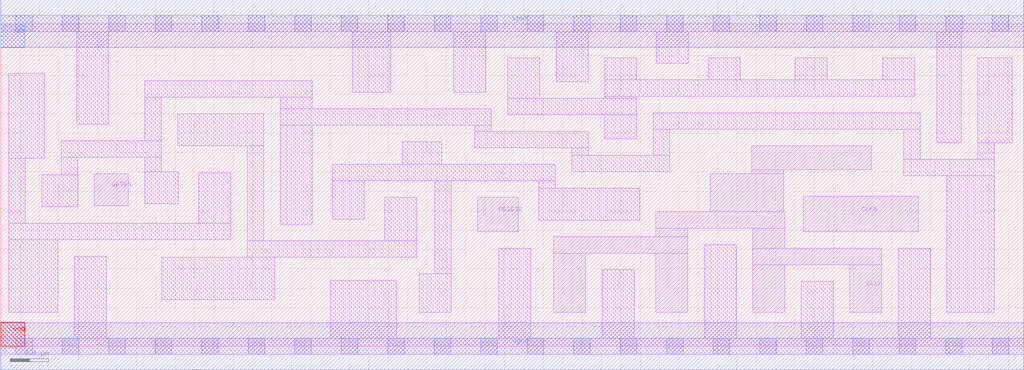
<source format=lef>
# 
# LEF OUT 
# User Name : apoe 
# Date : Thu Jun  4 08:27:35 2020
# 
VERSION 5.5 ;
NAMESCASESENSITIVE ON ;
BUSBITCHARS "[]" ;
DIVIDERCHAR "/" ;

MACRO scs8ls_udb_tapmet1_2
  CLASS CORE ;
  SOURCE USER ;
  ORIGIN 0 0 ;
  SIZE 0.96 BY 3.33 ;
  SYMMETRY X Y ;
  SITE unit ;

  PIN vgnd
    DIRECTION INOUT ;
    USE GROUND ;
    PORT
      LAYER met1 ;
        RECT 0 -0.245 0.96 0.245 ;
    END
  END vgnd

  PIN vpwr
    DIRECTION INOUT ;
    USE POWER ;
    PORT
      LAYER met1 ;
        RECT 0 3.085 0.96 3.575 ;
    END
  END vpwr

  PIN vpb
    DIRECTION INOUT ;
    USE POWER ;
    PORT
      LAYER met1 ;
        RECT 0.56 2.645 0.88 2.905 ;
    END
  END vpb

  PIN vnb
    DIRECTION INOUT ;
    USE GROUND ;
    PORT
      LAYER met1 ;
        RECT 0.08 0.425 0.4 0.685 ;
    END
  END vnb
  OBS
    LAYER li1 ;
      RECT 0.09 0.265 0.87 1.105 ;
      RECT 0 -0.085 0.96 0.085 ;
      RECT 0 3.245 0.96 3.415 ;
      RECT 0.09 2.21 0.87 3.065 ;
    LAYER mcon ;
      RECT 0.635 2.69 0.805 2.86 ;
      RECT 0.635 3.245 0.805 3.415 ;
      RECT 0.635 -0.085 0.805 0.085 ;
      RECT 0.155 0.47 0.325 0.64 ;
      RECT 0.155 -0.085 0.325 0.085 ;
      RECT 0.155 3.245 0.325 3.415 ;
  END
END scs8ls_udb_tapmet1_2

MACRO scs8ls_udb_a2222o_1
  CLASS CORE ;
  SOURCE USER ;
  ORIGIN 0 0 ;
  SIZE 5.76 BY 3.33 ;
  SYMMETRY X Y ;
  SITE unit ;

  PIN A2
    DIRECTION INPUT ;
    USE SIGNAL ;
    PORT
      LAYER li1 ;
        RECT 5.325 1.165 5.655 1.495 ;
    END
    ANTENNAGATEAREA 0.246 LAYER li1 ;
    ANTENNAPARTIALMETALSIDEAREA 0.064 LAYER li1 ;
  END A2

  PIN B2
    DIRECTION INPUT ;
    USE SIGNAL ;
    PORT
      LAYER li1 ;
        RECT 3.465 1.165 3.795 1.495 ;
    END
    ANTENNAGATEAREA 0.246 LAYER li1 ;
    ANTENNAPARTIALMETALSIDEAREA 0.064 LAYER li1 ;
  END B2

  PIN D2
    DIRECTION INPUT ;
    USE SIGNAL ;
    PORT
      LAYER li1 ;
        RECT 0.995 1.165 1.325 1.495 ;
    END
    ANTENNAGATEAREA 0.246 LAYER li1 ;
    ANTENNAPARTIALMETALSIDEAREA 0.064 LAYER li1 ;
  END D2

  PIN A1
    DIRECTION INPUT ;
    USE SIGNAL ;
    PORT
      LAYER li1 ;
        RECT 4.65 1.165 5.155 1.495 ;
    END
    ANTENNAGATEAREA 0.246 LAYER li1 ;
    ANTENNAPARTIALMETALSIDEAREA 0.099 LAYER li1 ;
  END A1

  PIN B1
    DIRECTION INPUT ;
    USE SIGNAL ;
    PORT
      LAYER li1 ;
        RECT 3.965 1.165 4.44 1.495 ;
    END
    ANTENNAGATEAREA 0.246 LAYER li1 ;
    ANTENNAPARTIALMETALSIDEAREA 0.093 LAYER li1 ;
  END B1

  PIN C1
    DIRECTION INPUT ;
    USE SIGNAL ;
    PORT
      LAYER li1 ;
        RECT 2.065 1.165 2.595 1.495 ;
    END
    ANTENNAGATEAREA 0.246 LAYER li1 ;
    ANTENNAPARTIALMETALSIDEAREA 0.104 LAYER li1 ;
  END C1

  PIN X
    DIRECTION OUTPUT ;
    USE SIGNAL ;
    PORT
      LAYER li1 ;
        RECT 0.085 1.82 0.365 2.98 ;
        RECT 0.085 1.13 0.255 1.82 ;
        RECT 0.085 0.35 0.445 1.13 ;
    END
    ANTENNADIFFAREA 0.5413 ;
    ANTENNAPARTIALMETALSIDEAREA 0.416 LAYER li1 ;
  END X

  PIN D1
    DIRECTION INPUT ;
    USE SIGNAL ;
    PORT
      LAYER li1 ;
        RECT 1.565 1.165 1.895 1.495 ;
    END
    ANTENNAGATEAREA 0.246 LAYER li1 ;
    ANTENNAPARTIALMETALSIDEAREA 0.064 LAYER li1 ;
  END D1

  PIN C2
    DIRECTION INPUT ;
    USE SIGNAL ;
    PORT
      LAYER li1 ;
        RECT 2.805 1.165 3.235 1.495 ;
    END
    ANTENNAGATEAREA 0.246 LAYER li1 ;
    ANTENNAPARTIALMETALSIDEAREA 0.084 LAYER li1 ;
  END C2

  PIN vgnd
    DIRECTION INOUT ;
    USE GROUND ;
    PORT
      LAYER met1 ;
        RECT 0 -0.245 5.76 0.245 ;
    END
  END vgnd

  PIN vpwr
    DIRECTION INOUT ;
    USE POWER ;
    PORT
      LAYER met1 ;
        RECT 0 3.085 5.76 3.575 ;
    END
  END vpwr

  PIN vpb
    DIRECTION INOUT ;
    USE POWER ;
    PORT
      LAYER nwell ;
        RECT 0 3.08 0.25 3.33 ;
    END
  END vpb

  PIN vnb
    DIRECTION INOUT ;
    USE GROUND ;
    PORT
      LAYER pwell ;
        RECT 0 0 0.25 0.25 ;
    END
  END vnb
  OBS
    LAYER li1 ;
      RECT 3.515 2.61 3.845 2.98 ;
      RECT 3.515 2.44 4.665 2.61 ;
      RECT 4.495 2.61 4.665 2.98 ;
      RECT 4.495 1.835 4.665 2.44 ;
      RECT 4.495 1.665 5.645 1.835 ;
      RECT 5.395 1.835 5.645 2.98 ;
      RECT 2.475 1.94 4.295 2.27 ;
      RECT 1.125 2.61 1.455 2.98 ;
      RECT 1.125 2.44 3.285 2.61 ;
      RECT 2.025 2.61 2.355 2.98 ;
      RECT 2.955 2.61 3.285 2.98 ;
      RECT 0.615 0.825 4.485 0.995 ;
      RECT 4.235 0.35 4.485 0.825 ;
      RECT 1.69 0.665 2.44 0.825 ;
      RECT 1.575 1.835 1.905 2.27 ;
      RECT 0.615 1.665 1.905 1.835 ;
      RECT 0.615 1.63 0.785 1.665 ;
      RECT 0.425 1.3 0.785 1.63 ;
      RECT 0.615 0.995 0.785 1.3 ;
      RECT 0.625 0.085 1.12 0.655 ;
      RECT 0 -0.085 5.76 0.085 ;
      RECT 3.01 0.085 3.665 0.655 ;
      RECT 5.395 0.085 5.645 0.995 ;
      RECT 0 3.245 5.76 3.415 ;
      RECT 0.565 2.005 0.895 3.245 ;
      RECT 4.865 2.005 5.195 3.245 ;
    LAYER mcon ;
      RECT 5.435 -0.085 5.605 0.085 ;
      RECT 4.955 -0.085 5.125 0.085 ;
      RECT 4.475 -0.085 4.645 0.085 ;
      RECT 3.995 -0.085 4.165 0.085 ;
      RECT 3.515 -0.085 3.685 0.085 ;
      RECT 3.035 -0.085 3.205 0.085 ;
      RECT 2.555 -0.085 2.725 0.085 ;
      RECT 2.075 -0.085 2.245 0.085 ;
      RECT 1.595 -0.085 1.765 0.085 ;
      RECT 1.115 -0.085 1.285 0.085 ;
      RECT 0.635 -0.085 0.805 0.085 ;
      RECT 0.155 -0.085 0.325 0.085 ;
      RECT 5.435 3.245 5.605 3.415 ;
      RECT 4.955 3.245 5.125 3.415 ;
      RECT 4.475 3.245 4.645 3.415 ;
      RECT 3.995 3.245 4.165 3.415 ;
      RECT 3.515 3.245 3.685 3.415 ;
      RECT 3.035 3.245 3.205 3.415 ;
      RECT 2.555 3.245 2.725 3.415 ;
      RECT 2.075 3.245 2.245 3.415 ;
      RECT 1.595 3.245 1.765 3.415 ;
      RECT 1.115 3.245 1.285 3.415 ;
      RECT 0.635 3.245 0.805 3.415 ;
      RECT 0.155 3.245 0.325 3.415 ;
  END
END scs8ls_udb_a2222o_1

MACRO scs8ls_udb_a2222o_2
  CLASS CORE ;
  SOURCE USER ;
  ORIGIN 0 0 ;
  SIZE 6.24 BY 3.33 ;
  SYMMETRY X Y ;
  SITE unit ;

  PIN A1
    DIRECTION INPUT ;
    USE SIGNAL ;
    PORT
      LAYER li1 ;
        RECT 3.965 1.35 4.305 1.78 ;
    END
    ANTENNAGATEAREA 0.246 LAYER li1 ;
    ANTENNAPARTIALMETALSIDEAREA 0.086 LAYER li1 ;
  END A1

  PIN A2
    DIRECTION INPUT ;
    USE SIGNAL ;
    PORT
      LAYER li1 ;
        RECT 5.805 1.3 6.135 1.78 ;
    END
    ANTENNAGATEAREA 0.246 LAYER li1 ;
    ANTENNAPARTIALMETALSIDEAREA 0.094 LAYER li1 ;
  END A2

  PIN B1
    DIRECTION INPUT ;
    USE SIGNAL ;
    PORT
      LAYER li1 ;
        RECT 4.475 1.45 4.895 1.78 ;
    END
    ANTENNAGATEAREA 0.246 LAYER li1 ;
    ANTENNAPARTIALMETALSIDEAREA 0.082 LAYER li1 ;
  END B1

  PIN B2
    DIRECTION INPUT ;
    USE SIGNAL ;
    PORT
      LAYER li1 ;
        RECT 5.105 1.45 5.635 1.78 ;
    END
    ANTENNAGATEAREA 0.246 LAYER li1 ;
    ANTENNAPARTIALMETALSIDEAREA 0.104 LAYER li1 ;
  END B2

  PIN C1
    DIRECTION INPUT ;
    USE SIGNAL ;
    PORT
      LAYER li1 ;
        RECT 1.455 1.47 1.795 1.8 ;
    END
    ANTENNAGATEAREA 0.246 LAYER li1 ;
    ANTENNAPARTIALMETALSIDEAREA 0.066 LAYER li1 ;
  END C1

  PIN D1
    DIRECTION INPUT ;
    USE SIGNAL ;
    PORT
      LAYER li1 ;
        RECT 0.99 1.45 1.285 1.78 ;
    END
    ANTENNAGATEAREA 0.246 LAYER li1 ;
    ANTENNAPARTIALMETALSIDEAREA 0.057 LAYER li1 ;
  END D1

  PIN C2
    DIRECTION INPUT ;
    USE SIGNAL ;
    PORT
      LAYER li1 ;
        RECT 1.995 1.18 2.325 1.8 ;
    END
    ANTENNAGATEAREA 0.246 LAYER li1 ;
    ANTENNAPARTIALMETALSIDEAREA 0.054 LAYER li1 ;
  END C2

  PIN D2
    DIRECTION INPUT ;
    USE SIGNAL ;
    PORT
      LAYER li1 ;
        RECT 0.125 1.45 0.48 1.78 ;
    END
    ANTENNAGATEAREA 0.246 LAYER li1 ;
    ANTENNAPARTIALMETALSIDEAREA 0.069 LAYER li1 ;
  END D2

  PIN X
    DIRECTION OUTPUT ;
    USE SIGNAL ;
    PORT
      LAYER li1 ;
        RECT 3.45 1.55 3.715 1.82 ;
        RECT 3.335 1.82 3.715 2.07 ;
        RECT 3.45 1.09 3.62 1.55 ;
        RECT 2.835 0.92 3.62 1.09 ;
    END
    ANTENNADIFFAREA 0.6172 ;
    ANTENNAPARTIALMETALSIDEAREA 0.361 LAYER li1 ;
  END X

  PIN vgnd
    DIRECTION INOUT ;
    USE GROUND ;
    PORT
      LAYER met1 ;
        RECT 0 -0.245 6.24 0.245 ;
    END
  END vgnd

  PIN vpwr
    DIRECTION INOUT ;
    USE POWER ;
    PORT
      LAYER met1 ;
        RECT 0 3.085 6.24 3.575 ;
    END
  END vpwr

  PIN vpb
    DIRECTION INOUT ;
    USE POWER ;
    PORT
      LAYER nwell ;
        RECT 0 3.08 0.25 3.33 ;
    END
  END vpb

  PIN vnb
    DIRECTION INOUT ;
    USE GROUND ;
    PORT
      LAYER pwell ;
        RECT 0 0 0.25 0.25 ;
    END
  END vnb
  OBS
    LAYER li1 ;
      RECT 3.79 0.96 6.125 1.13 ;
      RECT 3.79 0.92 4.23 0.96 ;
      RECT 5.875 0.46 6.125 0.96 ;
      RECT 4.29 2.75 4.62 2.98 ;
      RECT 4.29 2.58 5.625 2.75 ;
      RECT 5.295 2.75 5.625 2.98 ;
      RECT 5.295 1.95 5.625 2.58 ;
      RECT 1.645 2.24 5.125 2.41 ;
      RECT 4.79 2.08 5.125 2.24 ;
      RECT 1.645 2.41 1.975 2.735 ;
      RECT 1.645 1.97 1.975 2.24 ;
      RECT 0.145 2.905 2.665 3.075 ;
      RECT 2.145 2.65 2.665 2.905 ;
      RECT 1.145 1.97 1.475 2.905 ;
      RECT 0.145 1.95 0.475 2.905 ;
      RECT 1.04 0.58 4.685 0.75 ;
      RECT 4.33 0.5 4.685 0.58 ;
      RECT 2.495 0.75 2.665 1.26 ;
      RECT 0.65 1.11 1.37 1.28 ;
      RECT 1.04 0.75 1.37 1.11 ;
      RECT 0.645 1.95 0.975 2.735 ;
      RECT 0.65 1.28 0.82 1.95 ;
      RECT 2.495 1.26 3.28 1.59 ;
      RECT 5.26 0.46 5.695 0.79 ;
      RECT 5.525 0.085 5.695 0.46 ;
      RECT 0 -0.085 6.24 0.085 ;
      RECT 3.345 0.085 3.705 0.41 ;
      RECT 2.135 0.085 2.555 0.4 ;
      RECT 0.15 0.085 0.48 1.28 ;
      RECT 0 3.245 6.24 3.415 ;
      RECT 3.785 2.58 4.115 3.245 ;
      RECT 5.795 1.95 6.125 3.245 ;
      RECT 2.885 2.58 3.215 3.245 ;
    LAYER mcon ;
      RECT 5.915 -0.085 6.085 0.085 ;
      RECT 5.435 -0.085 5.605 0.085 ;
      RECT 4.955 -0.085 5.125 0.085 ;
      RECT 4.475 -0.085 4.645 0.085 ;
      RECT 3.995 -0.085 4.165 0.085 ;
      RECT 3.515 -0.085 3.685 0.085 ;
      RECT 3.035 -0.085 3.205 0.085 ;
      RECT 2.555 -0.085 2.725 0.085 ;
      RECT 2.075 -0.085 2.245 0.085 ;
      RECT 1.595 -0.085 1.765 0.085 ;
      RECT 1.115 -0.085 1.285 0.085 ;
      RECT 0.635 -0.085 0.805 0.085 ;
      RECT 0.155 -0.085 0.325 0.085 ;
      RECT 5.915 3.245 6.085 3.415 ;
      RECT 5.435 3.245 5.605 3.415 ;
      RECT 4.955 3.245 5.125 3.415 ;
      RECT 4.475 3.245 4.645 3.415 ;
      RECT 3.995 3.245 4.165 3.415 ;
      RECT 3.515 3.245 3.685 3.415 ;
      RECT 3.035 3.245 3.205 3.415 ;
      RECT 2.555 3.245 2.725 3.415 ;
      RECT 2.075 3.245 2.245 3.415 ;
      RECT 1.595 3.245 1.765 3.415 ;
      RECT 1.115 3.245 1.285 3.415 ;
      RECT 0.635 3.245 0.805 3.415 ;
      RECT 0.155 3.245 0.325 3.415 ;
  END
END scs8ls_udb_a2222o_2

MACRO scs8ls_udb_a2222oi_1
  CLASS CORE ;
  SOURCE USER ;
  ORIGIN 0 0 ;
  SIZE 5.28 BY 3.33 ;
  SYMMETRY X Y ;
  SITE unit ;

  PIN A2
    DIRECTION INPUT ;
    USE SIGNAL ;
    PORT
      LAYER li1 ;
        RECT 4.845 1.3 5.175 1.78 ;
    END
    ANTENNAGATEAREA 0.246 LAYER li1 ;
    ANTENNAPARTIALMETALSIDEAREA 0.094 LAYER li1 ;
  END A2

  PIN B2
    DIRECTION INPUT ;
    USE SIGNAL ;
    PORT
      LAYER li1 ;
        RECT 2.92 1.45 3.25 1.78 ;
    END
    ANTENNAGATEAREA 0.246 LAYER li1 ;
    ANTENNAPARTIALMETALSIDEAREA 0.064 LAYER li1 ;
  END B2

  PIN Y
    DIRECTION OUTPUT ;
    USE SIGNAL ;
    PORT
      LAYER li1 ;
        RECT 2.525 1.03 2.735 1.95 ;
        RECT 0.72 1.95 2.735 2.12 ;
        RECT 1.16 0.86 3.945 1.03 ;
        RECT 0.72 2.12 1.05 2.735 ;
        RECT 1.16 0.35 1.49 0.86 ;
        RECT 3.615 0.35 3.945 0.86 ;
    END
    ANTENNADIFFAREA 0.9326 ;
    ANTENNAPARTIALMETALSIDEAREA 1.361 LAYER li1 ;
  END Y

  PIN A1
    DIRECTION INPUT ;
    USE SIGNAL ;
    PORT
      LAYER li1 ;
        RECT 4.115 0.44 4.675 1.79 ;
    END
    ANTENNAGATEAREA 0.246 LAYER li1 ;
    ANTENNAPARTIALMETALSIDEAREA 0.11 LAYER li1 ;
  END A1

  PIN B1
    DIRECTION INPUT ;
    USE SIGNAL ;
    PORT
      LAYER li1 ;
        RECT 3.485 1.26 3.82 1.78 ;
    END
    ANTENNAGATEAREA 0.246 LAYER li1 ;
    ANTENNAPARTIALMETALSIDEAREA 0.103 LAYER li1 ;
  END B1

  PIN C1
    DIRECTION INPUT ;
    USE SIGNAL ;
    PORT
      LAYER li1 ;
        RECT 1.465 1.45 1.795 1.78 ;
    END
    ANTENNAGATEAREA 0.246 LAYER li1 ;
    ANTENNAPARTIALMETALSIDEAREA 0.064 LAYER li1 ;
  END C1

  PIN D1
    DIRECTION INPUT ;
    USE SIGNAL ;
    PORT
      LAYER li1 ;
        RECT 0.895 1.45 1.295 1.78 ;
    END
    ANTENNAGATEAREA 0.246 LAYER li1 ;
    ANTENNAPARTIALMETALSIDEAREA 0.078 LAYER li1 ;
  END D1

  PIN C2
    DIRECTION INPUT ;
    USE SIGNAL ;
    PORT
      LAYER li1 ;
        RECT 2.005 1.45 2.335 1.78 ;
    END
    ANTENNAGATEAREA 0.246 LAYER li1 ;
    ANTENNAPARTIALMETALSIDEAREA 0.064 LAYER li1 ;
  END C2

  PIN D2
    DIRECTION INPUT ;
    USE SIGNAL ;
    PORT
      LAYER li1 ;
        RECT 0.125 1.12 0.55 1.79 ;
    END
    ANTENNAGATEAREA 0.246 LAYER li1 ;
    ANTENNAPARTIALMETALSIDEAREA 0.083 LAYER li1 ;
  END D2

  PIN vgnd
    DIRECTION INOUT ;
    USE GROUND ;
    PORT
      LAYER met1 ;
        RECT 0 -0.245 5.28 0.245 ;
    END
  END vgnd

  PIN vpwr
    DIRECTION INOUT ;
    USE POWER ;
    PORT
      LAYER met1 ;
        RECT 0 3.085 5.28 3.575 ;
    END
  END vpwr

  PIN vpb
    DIRECTION INOUT ;
    USE POWER ;
    PORT
      LAYER nwell ;
        RECT 0 3.08 0.25 3.33 ;
    END
  END vpb

  PIN vnb
    DIRECTION INOUT ;
    USE GROUND ;
    PORT
      LAYER pwell ;
        RECT 0 0 0.25 0.25 ;
    END
  END vnb
  OBS
    LAYER li1 ;
      RECT 0 -0.085 5.28 0.085 ;
      RECT 4.89 0.085 5.14 1.03 ;
      RECT 0.2 0.085 0.53 0.95 ;
      RECT 2.135 0.085 3.12 0.68 ;
      RECT 0 3.245 5.28 3.415 ;
      RECT 4.3 2.3 4.63 3.245 ;
      RECT 2.78 2.905 4.13 3.075 ;
      RECT 2.78 2.65 3.13 2.905 ;
      RECT 3.8 2.13 4.13 2.905 ;
      RECT 3.8 1.96 5.165 2.13 ;
      RECT 4.835 2.13 5.165 2.98 ;
      RECT 1.72 2.46 2.05 2.735 ;
      RECT 1.72 2.29 3.63 2.46 ;
      RECT 3.3 2.46 3.63 2.735 ;
      RECT 3.3 1.95 3.63 2.29 ;
      RECT 0.175 2.905 2.55 3.075 ;
      RECT 2.22 2.63 2.55 2.905 ;
      RECT 1.22 2.29 1.55 2.905 ;
      RECT 0.175 1.96 0.505 2.905 ;
    LAYER mcon ;
      RECT 4.955 -0.085 5.125 0.085 ;
      RECT 4.475 -0.085 4.645 0.085 ;
      RECT 3.995 -0.085 4.165 0.085 ;
      RECT 3.515 -0.085 3.685 0.085 ;
      RECT 3.035 -0.085 3.205 0.085 ;
      RECT 2.555 -0.085 2.725 0.085 ;
      RECT 2.075 -0.085 2.245 0.085 ;
      RECT 1.595 -0.085 1.765 0.085 ;
      RECT 1.115 -0.085 1.285 0.085 ;
      RECT 0.635 -0.085 0.805 0.085 ;
      RECT 0.155 -0.085 0.325 0.085 ;
      RECT 4.955 3.245 5.125 3.415 ;
      RECT 4.475 3.245 4.645 3.415 ;
      RECT 3.995 3.245 4.165 3.415 ;
      RECT 3.515 3.245 3.685 3.415 ;
      RECT 3.035 3.245 3.205 3.415 ;
      RECT 2.555 3.245 2.725 3.415 ;
      RECT 2.075 3.245 2.245 3.415 ;
      RECT 1.595 3.245 1.765 3.415 ;
      RECT 1.115 3.245 1.285 3.415 ;
      RECT 0.635 3.245 0.805 3.415 ;
      RECT 0.155 3.245 0.325 3.415 ;
  END
END scs8ls_udb_a2222oi_1

MACRO scs8ls_udb_a2222oi_2
  CLASS CORE ;
  SOURCE USER ;
  ORIGIN 0 0 ;
  SIZE 9.12 BY 3.33 ;
  SYMMETRY X Y ;
  SITE unit ;

  PIN B1
    DIRECTION INPUT ;
    USE SIGNAL ;
    PORT
      LAYER li1 ;
        RECT 5.135 1.45 5.635 1.78 ;
        RECT 5.465 1.78 5.635 1.95 ;
        RECT 5.465 1.95 6.635 2.12 ;
        RECT 6.465 1.78 6.635 1.95 ;
        RECT 6.465 1.45 6.875 1.78 ;
    END
    ANTENNAGATEAREA 0.492 LAYER li1 ;
    ANTENNAPARTIALMETALSIDEAREA 0.514 LAYER li1 ;
  END B1

  PIN C2
    DIRECTION INPUT ;
    USE SIGNAL ;
    PORT
      LAYER li1 ;
        RECT 2.775 1.45 3.235 1.78 ;
        RECT 2.775 1.78 2.945 1.95 ;
        RECT 2.775 1.95 4.225 2.12 ;
        RECT 4.055 1.78 4.225 1.95 ;
        RECT 4.055 1.45 4.885 1.78 ;
    END
    ANTENNAGATEAREA 0.492 LAYER li1 ;
    ANTENNAPARTIALMETALSIDEAREA 0.646 LAYER li1 ;
  END C2

  PIN A1
    DIRECTION INPUT ;
    USE SIGNAL ;
    PORT
      LAYER li1 ;
        RECT 8.285 1.47 8.995 1.8 ;
        RECT 8.285 1.8 8.455 1.95 ;
        RECT 7.305 1.95 8.455 2.12 ;
        RECT 7.305 1.78 7.475 1.95 ;
        RECT 7.085 1.45 7.475 1.78 ;
    END
    ANTENNAGATEAREA 0.492 LAYER li1 ;
    ANTENNAPARTIALMETALSIDEAREA 0.476 LAYER li1 ;
  END A1

  PIN A2
    DIRECTION INPUT ;
    USE SIGNAL ;
    PORT
      LAYER li1 ;
        RECT 7.705 1.45 8.035 1.78 ;
    END
    ANTENNAGATEAREA 0.492 LAYER li1 ;
    ANTENNAPARTIALMETALSIDEAREA 0.064 LAYER li1 ;
  END A2

  PIN B2
    DIRECTION INPUT ;
    USE SIGNAL ;
    PORT
      LAYER li1 ;
        RECT 5.805 1.45 6.135 1.78 ;
    END
    ANTENNAGATEAREA 0.492 LAYER li1 ;
    ANTENNAPARTIALMETALSIDEAREA 0.064 LAYER li1 ;
  END B2

  PIN C1
    DIRECTION INPUT ;
    USE SIGNAL ;
    PORT
      LAYER li1 ;
        RECT 3.405 1.45 3.735 1.78 ;
    END
    ANTENNAGATEAREA 0.492 LAYER li1 ;
    ANTENNAPARTIALMETALSIDEAREA 0.064 LAYER li1 ;
  END C1

  PIN D1
    DIRECTION INPUT ;
    USE SIGNAL ;
    PORT
      LAYER li1 ;
        RECT 1.42 1.45 2.275 1.78 ;
    END
    ANTENNAGATEAREA 0.492 LAYER li1 ;
    ANTENNAPARTIALMETALSIDEAREA 0.101 LAYER li1 ;
  END D1

  PIN D2
    DIRECTION INPUT ;
    USE SIGNAL ;
    PORT
      LAYER li1 ;
        RECT 0.605 0.255 0.935 0.67 ;
    END
    ANTENNAGATEAREA 0.492 LAYER li1 ;
    ANTENNAPARTIALMETALSIDEAREA 0.081 LAYER li1 ;
  END D2

  PIN Y
    DIRECTION OUTPUT ;
    USE SIGNAL ;
    PORT
      LAYER li1 ;
        RECT 4.445 0.81 5.26 1.11 ;
        RECT 1.08 1.11 8.99 1.28 ;
        RECT 4.93 0.35 5.26 0.81 ;
        RECT 1.08 1.28 1.25 1.94 ;
        RECT 1.635 1.025 1.965 1.11 ;
        RECT 3.52 0.595 3.69 1.11 ;
        RECT 6.85 0.35 7.18 1.11 ;
        RECT 8.66 0.35 8.99 1.11 ;
        RECT 0.92 1.94 1.25 1.95 ;
        RECT 0.92 1.95 2.4 2.12 ;
        RECT 0.92 2.12 1.25 2.735 ;
        RECT 2.07 2.12 2.4 2.735 ;
    END
    ANTENNADIFFAREA 1.9287 ;
    ANTENNAPARTIALMETALSIDEAREA 2.732 LAYER li1 ;
  END Y

  PIN vgnd
    DIRECTION INOUT ;
    USE GROUND ;
    PORT
      LAYER met1 ;
        RECT 0 -0.245 9.12 0.245 ;
    END
  END vgnd

  PIN vpwr
    DIRECTION INOUT ;
    USE POWER ;
    PORT
      LAYER met1 ;
        RECT 0 3.085 9.12 3.575 ;
    END
  END vpwr

  PIN vpb
    DIRECTION INOUT ;
    USE POWER ;
    PORT
      LAYER nwell ;
        RECT 0 3.08 0.25 3.33 ;
    END
  END vpb

  PIN vnb
    DIRECTION INOUT ;
    USE GROUND ;
    PORT
      LAYER pwell ;
        RECT 0 0 0.25 0.25 ;
    END
  END vnb
  OBS
    LAYER li1 ;
      RECT 5.44 0.77 6.68 0.94 ;
      RECT 5.44 0.35 5.69 0.77 ;
      RECT 6.43 0.35 6.68 0.77 ;
      RECT 7.35 0.77 8.48 0.94 ;
      RECT 7.35 0.35 7.6 0.77 ;
      RECT 8.31 0.35 8.48 0.77 ;
      RECT 3.01 0.255 4.2 0.425 ;
      RECT 3.87 0.425 4.2 0.94 ;
      RECT 3.01 0.425 3.34 0.94 ;
      RECT 1.135 0.855 1.465 0.94 ;
      RECT 1.135 0.605 2.44 0.855 ;
      RECT 2.57 2.29 4.725 2.46 ;
      RECT 4.395 2.46 4.725 2.735 ;
      RECT 4.395 1.95 4.725 2.29 ;
      RECT 0.42 2.905 2.9 3.075 ;
      RECT 2.57 2.46 2.9 2.905 ;
      RECT 0.42 1.94 0.75 2.905 ;
      RECT 1.57 2.29 1.9 2.905 ;
      RECT 3.945 2.96 6.635 3.075 ;
      RECT 3.1 2.905 6.635 2.96 ;
      RECT 3.1 2.63 4.195 2.905 ;
      RECT 5.485 2.63 5.655 2.905 ;
      RECT 6.385 2.63 6.635 2.905 ;
      RECT 4.955 2.29 9.005 2.46 ;
      RECT 8.675 2.46 9.005 2.98 ;
      RECT 5.855 2.46 6.185 2.735 ;
      RECT 6.805 2.46 7.135 2.98 ;
      RECT 6.805 1.95 7.135 2.29 ;
      RECT 4.955 2.46 5.285 2.735 ;
      RECT 4.955 1.95 5.285 2.29 ;
      RECT 0 -0.085 9.12 0.085 ;
      RECT 0.115 0.84 0.91 1.17 ;
      RECT 0.115 0.085 0.285 0.84 ;
      RECT 2.62 0.085 2.79 0.94 ;
      RECT 4.37 0.085 4.7 0.64 ;
      RECT 5.875 0.085 6.245 0.6 ;
      RECT 7.785 0.085 8.125 0.6 ;
      RECT 0 3.245 9.12 3.415 ;
      RECT 7.305 2.63 7.635 3.245 ;
      RECT 8.225 2.63 8.475 3.245 ;
    LAYER mcon ;
      RECT 0.155 -0.085 0.325 0.085 ;
      RECT 8.795 3.245 8.965 3.415 ;
      RECT 8.315 3.245 8.485 3.415 ;
      RECT 7.835 3.245 8.005 3.415 ;
      RECT 7.355 3.245 7.525 3.415 ;
      RECT 6.875 3.245 7.045 3.415 ;
      RECT 6.395 3.245 6.565 3.415 ;
      RECT 5.915 3.245 6.085 3.415 ;
      RECT 5.435 3.245 5.605 3.415 ;
      RECT 4.955 3.245 5.125 3.415 ;
      RECT 4.475 3.245 4.645 3.415 ;
      RECT 3.995 3.245 4.165 3.415 ;
      RECT 3.515 3.245 3.685 3.415 ;
      RECT 3.035 3.245 3.205 3.415 ;
      RECT 2.555 3.245 2.725 3.415 ;
      RECT 2.075 3.245 2.245 3.415 ;
      RECT 1.595 3.245 1.765 3.415 ;
      RECT 1.115 3.245 1.285 3.415 ;
      RECT 0.635 3.245 0.805 3.415 ;
      RECT 0.155 3.245 0.325 3.415 ;
      RECT 8.795 -0.085 8.965 0.085 ;
      RECT 8.315 -0.085 8.485 0.085 ;
      RECT 7.835 -0.085 8.005 0.085 ;
      RECT 7.355 -0.085 7.525 0.085 ;
      RECT 6.875 -0.085 7.045 0.085 ;
      RECT 6.395 -0.085 6.565 0.085 ;
      RECT 5.915 -0.085 6.085 0.085 ;
      RECT 5.435 -0.085 5.605 0.085 ;
      RECT 4.955 -0.085 5.125 0.085 ;
      RECT 4.475 -0.085 4.645 0.085 ;
      RECT 3.995 -0.085 4.165 0.085 ;
      RECT 3.515 -0.085 3.685 0.085 ;
      RECT 3.035 -0.085 3.205 0.085 ;
      RECT 2.555 -0.085 2.725 0.085 ;
      RECT 2.075 -0.085 2.245 0.085 ;
      RECT 1.595 -0.085 1.765 0.085 ;
      RECT 1.115 -0.085 1.285 0.085 ;
      RECT 0.635 -0.085 0.805 0.085 ;
  END
END scs8ls_udb_a2222oi_2

MACRO scs8ls_udb_br0_1
  CLASS CORE ;
  SOURCE USER ;
  ORIGIN 0 0 ;
  SIZE 0.96 BY 3.33 ;
  SYMMETRY X Y ;
  SITE unit ;

  PIN DB
    DIRECTION OUTPUT ;
    USE SIGNAL ;
    PORT
      LAYER li1 ;
        RECT 0.595 0.35 0.875 2.92 ;
    END
    ANTENNADIFFAREA 0.1961 ;
    ANTENNAPARTIALMETALSIDEAREA 0.094 LAYER li1 ;
  END DB

  PIN EN
    DIRECTION INPUT ;
    USE SIGNAL ;
    PORT
      LAYER li1 ;
        RECT 0.115 1.35 0.425 2.18 ;
    END
    ANTENNAGATEAREA 0.111 LAYER li1 ;
    ANTENNAPARTIALMETALSIDEAREA 0.092 LAYER li1 ;
  END EN

  PIN vgnd
    DIRECTION INOUT ;
    USE GROUND ;
    PORT
      LAYER met1 ;
        RECT 0 -0.245 0.96 0.245 ;
    END
  END vgnd

  PIN vpwr
    DIRECTION INOUT ;
    USE POWER ;
    PORT
      LAYER met1 ;
        RECT 0 3.085 0.96 3.575 ;
    END
  END vpwr

  PIN vpb
    DIRECTION INOUT ;
    USE POWER ;
    PORT
      LAYER nwell ;
        RECT 0 3.08 0.25 3.33 ;
    END
  END vpb

  PIN vnb
    DIRECTION INOUT ;
    USE GROUND ;
    PORT
      LAYER pwell ;
        RECT 0 0 0.25 0.25 ;
    END
  END vnb
  OBS
    LAYER li1 ;
      RECT 0 3.245 0.96 3.415 ;
      RECT 0 -0.085 0.96 0.085 ;
      RECT 0.095 0.085 0.425 1.15 ;
    LAYER mcon ;
      RECT 0.635 -0.085 0.805 0.085 ;
      RECT 0.155 -0.085 0.325 0.085 ;
      RECT 0.635 3.245 0.805 3.415 ;
      RECT 0.155 3.245 0.325 3.415 ;
  END
END scs8ls_udb_br0_1

MACRO scs8ls_udb_br0_2
  CLASS CORE ;
  SOURCE USER ;
  ORIGIN 0 0 ;
  SIZE 1.44 BY 3.33 ;
  SYMMETRY X Y ;
  SITE unit ;

  PIN DB
    DIRECTION OUTPUT ;
    USE SIGNAL ;
    PORT
      LAYER li1 ;
        RECT 0.595 0.35 0.845 2.92 ;
    END
    ANTENNADIFFAREA 0.2072 ;
    ANTENNAPARTIALMETALSIDEAREA 0.088 LAYER li1 ;
  END DB

  PIN EN
    DIRECTION INPUT ;
    USE SIGNAL ;
    PORT
      LAYER li1 ;
        RECT 0.115 1.35 0.425 2.18 ;
    END
    ANTENNAGATEAREA 0.222 LAYER li1 ;
    ANTENNAPARTIALMETALSIDEAREA 0.092 LAYER li1 ;
  END EN

  PIN vgnd
    DIRECTION INOUT ;
    USE GROUND ;
    PORT
      LAYER met1 ;
        RECT 0 -0.245 1.44 0.245 ;
    END
  END vgnd

  PIN vpwr
    DIRECTION INOUT ;
    USE POWER ;
    PORT
      LAYER met1 ;
        RECT 0 3.085 1.44 3.575 ;
    END
  END vpwr

  PIN vpb
    DIRECTION INOUT ;
    USE POWER ;
    PORT
      LAYER nwell ;
        RECT 0 3.08 0.25 3.33 ;
    END
  END vpb

  PIN vnb
    DIRECTION INOUT ;
    USE GROUND ;
    PORT
      LAYER pwell ;
        RECT 0 0 0.25 0.25 ;
    END
  END vnb
  OBS
    LAYER li1 ;
      RECT 0 3.245 1.44 3.415 ;
      RECT 0 -0.085 1.44 0.085 ;
      RECT 1.015 0.085 1.345 1.15 ;
      RECT 0.095 0.085 0.425 1.15 ;
    LAYER mcon ;
      RECT 1.115 -0.085 1.285 0.085 ;
      RECT 1.115 3.245 1.285 3.415 ;
      RECT 0.635 -0.085 0.805 0.085 ;
      RECT 0.635 3.245 0.805 3.415 ;
      RECT 0.155 -0.085 0.325 0.085 ;
      RECT 0.155 3.245 0.325 3.415 ;
  END
END scs8ls_udb_br0_2

MACRO scs8ls_udb_bushold0_1
  CLASS CORE ;
  SOURCE USER ;
  ORIGIN 0 0 ;
  SIZE 2.4 BY 3.33 ;
  SYMMETRY X Y ;
  SITE unit ;

  PIN RESET
    DIRECTION INPUT ;
    USE SIGNAL ;
    PORT
      LAYER li1 ;
        RECT 1.025 1.525 1.355 2.195 ;
    END
    ANTENNAGATEAREA 0.126 LAYER li1 ;
    ANTENNAPARTIALMETALSIDEAREA 0.064 LAYER li1 ;
  END RESET

  PIN X
    DIRECTION INOUT ;
    USE SIGNAL ;
    PORT
      LAYER li1 ;
        RECT 1.225 0.84 2.315 1.015 ;
        RECT 2.025 1.015 2.315 2.365 ;
        RECT 1.225 0.35 1.525 0.84 ;
        RECT 0.485 2.365 2.315 2.535 ;
        RECT 2.025 2.535 2.315 3.05 ;
        RECT 0.485 1.525 0.815 2.365 ;
    END
    ANTENNADIFFAREA 0.2289 ;
    ANTENNAGATEAREA 0.126 LAYER li1 ;
    ANTENNAPARTIALMETALSIDEAREA 0.826 LAYER li1 ;
  END X

  PIN vgnd
    DIRECTION INOUT ;
    USE GROUND ;
    PORT
      LAYER met1 ;
        RECT 0 -0.245 2.4 0.245 ;
    END
  END vgnd

  PIN vpwr
    DIRECTION INOUT ;
    USE POWER ;
    PORT
      LAYER met1 ;
        RECT 0 3.085 2.4 3.575 ;
    END
  END vpwr

  PIN vpb
    DIRECTION INOUT ;
    USE POWER ;
    PORT
      LAYER nwell ;
        RECT 0 3.08 0.25 3.33 ;
    END
  END vpb

  PIN vnb
    DIRECTION INOUT ;
    USE GROUND ;
    PORT
      LAYER pwell ;
        RECT 0 0 0.25 0.25 ;
    END
  END vnb
  OBS
    LAYER li1 ;
      RECT 0 3.245 2.4 3.415 ;
      RECT 0.815 2.72 1.145 3.245 ;
      RECT 0 -0.085 2.4 0.085 ;
      RECT 1.975 0.085 2.305 0.61 ;
      RECT 0.795 0.085 1.055 0.69 ;
      RECT 0.085 1.185 1.855 1.355 ;
      RECT 1.605 1.355 1.855 2.195 ;
      RECT 0.085 2.72 0.425 3.05 ;
      RECT 0.085 1.355 0.315 2.72 ;
      RECT 0.085 1.055 0.625 1.185 ;
      RECT 0.335 0.35 0.625 1.055 ;
    LAYER mcon ;
      RECT 2.075 -0.085 2.245 0.085 ;
      RECT 2.075 3.245 2.245 3.415 ;
      RECT 1.595 -0.085 1.765 0.085 ;
      RECT 1.595 3.245 1.765 3.415 ;
      RECT 1.115 -0.085 1.285 0.085 ;
      RECT 1.115 3.245 1.285 3.415 ;
      RECT 0.635 -0.085 0.805 0.085 ;
      RECT 0.635 3.245 0.805 3.415 ;
      RECT 0.155 -0.085 0.325 0.085 ;
      RECT 0.155 3.245 0.325 3.415 ;
  END
END scs8ls_udb_bushold0_1

MACRO scs8ls_udb_dec2to4_1
  CLASS CORE ;
  SOURCE USER ;
  ORIGIN 0 0 ;
  SIZE 7.2 BY 3.33 ;
  SYMMETRY X Y ;
  SITE unit ;

  PIN A0
    DIRECTION INPUT ;
    USE SIGNAL ;
    PORT
      LAYER li1 ;
        RECT 1.51 1.35 1.875 1.78 ;
        RECT 1.705 1.78 1.875 2.905 ;
        RECT 1.705 2.905 3.525 3.075 ;
        RECT 3.355 2.095 3.525 2.905 ;
        RECT 3.355 1.925 4.2 2.095 ;
        RECT 3.87 1.765 4.2 1.925 ;
    END
    ANTENNAGATEAREA 0.684 LAYER li1 ;
    ANTENNAPARTIALMETALSIDEAREA 1.043 LAYER li1 ;
  END A0

  PIN A1
    DIRECTION INPUT ;
    USE SIGNAL ;
    PORT
      LAYER li1 ;
        RECT 0.125 1.18 0.705 1.625 ;
        RECT 0.535 0.705 0.705 1.18 ;
        RECT 0.535 0.59 3.44 0.705 ;
        RECT 1.485 0.705 3.44 0.76 ;
        RECT 0.535 0.535 1.655 0.59 ;
        RECT 3.27 0.76 3.44 1.425 ;
        RECT 3.27 1.425 4.12 1.595 ;
        RECT 3.27 1.595 3.63 1.755 ;
        RECT 3.95 0.71 4.12 1.425 ;
        RECT 3.95 0.54 6.025 0.71 ;
        RECT 5.855 0.71 6.025 1.01 ;
        RECT 5.855 1.01 6.775 1.18 ;
        RECT 6.445 1.18 6.775 1.55 ;
    END
    ANTENNAGATEAREA 0.684 LAYER li1 ;
    ANTENNAPARTIALMETALSIDEAREA 2.035 LAYER li1 ;
  END A1

  PIN S1
    DIRECTION OUTPUT ;
    USE SIGNAL ;
    PORT
      LAYER li1 ;
        RECT 6.595 1.82 7.115 2.98 ;
        RECT 6.945 0.84 7.115 1.82 ;
        RECT 6.195 0.67 7.115 0.84 ;
        RECT 6.195 0.35 6.525 0.67 ;
    END
    ANTENNADIFFAREA 0.5376 ;
    ANTENNAPARTIALMETALSIDEAREA 0.576 LAYER li1 ;
  END S1

  PIN S0
    DIRECTION OUTPUT ;
    USE SIGNAL ;
    PORT
      LAYER li1 ;
        RECT 0.875 0.875 1.315 1.78 ;
        RECT 0.875 1.78 1.045 1.795 ;
        RECT 0.335 1.795 1.045 1.965 ;
        RECT 0.335 1.965 0.665 2.98 ;
    END
    ANTENNADIFFAREA 0.5413 ;
    ANTENNAPARTIALMETALSIDEAREA 0.481 LAYER li1 ;
  END S0

  PIN S3
    DIRECTION OUTPUT ;
    USE SIGNAL ;
    PORT
      LAYER li1 ;
        RECT 4.785 1.13 5.155 2.735 ;
        RECT 4.785 0.88 5.505 1.13 ;
    END
    ANTENNADIFFAREA 0.545 ;
    ANTENNAPARTIALMETALSIDEAREA 0.311 LAYER li1 ;
  END S3

  PIN S2
    DIRECTION OUTPUT ;
    USE SIGNAL ;
    PORT
      LAYER li1 ;
        RECT 2.045 1.18 2.56 2.735 ;
        RECT 1.815 0.93 2.23 1.18 ;
    END
    ANTENNADIFFAREA 0.5376 ;
    ANTENNAPARTIALMETALSIDEAREA 0.238 LAYER li1 ;
  END S2

  PIN vgnd
    DIRECTION INOUT ;
    USE GROUND ;
    PORT
      LAYER met1 ;
        RECT 0 -0.245 7.2 0.245 ;
    END
  END vgnd

  PIN vpwr
    DIRECTION INOUT ;
    USE POWER ;
    PORT
      LAYER met1 ;
        RECT 0 3.085 7.2 3.575 ;
    END
  END vpwr

  PIN vpb
    DIRECTION INOUT ;
    USE POWER ;
    PORT
      LAYER nwell ;
        RECT 0 3.08 0.25 3.33 ;
    END
  END vpb

  PIN vnb
    DIRECTION INOUT ;
    USE GROUND ;
    PORT
      LAYER pwell ;
        RECT 0 0 0.25 0.25 ;
    END
  END vnb
  OBS
    LAYER li1 ;
      RECT 2.73 2.265 3.185 2.725 ;
      RECT 2.73 0.93 3.1 2.265 ;
      RECT 0 -0.085 7.2 0.085 ;
      RECT 6.705 0.085 7.085 0.5 ;
      RECT 3.61 0.085 4.985 0.37 ;
      RECT 5.685 0.085 6.015 0.37 ;
      RECT 0.115 0.085 0.365 1.01 ;
      RECT 1.305 0.085 1.635 0.365 ;
      RECT 3.61 0.37 3.78 1.255 ;
      RECT 2.325 0.085 3.38 0.42 ;
      RECT 0 3.245 7.2 3.415 ;
      RECT 5.725 1.85 6.055 3.245 ;
      RECT 3.695 2.265 4.025 3.245 ;
      RECT 1.205 2.135 1.535 3.245 ;
      RECT 5.385 1.35 6.175 1.68 ;
      RECT 4.195 2.905 5.555 3.075 ;
      RECT 5.385 1.68 5.555 2.905 ;
      RECT 4.195 2.265 4.54 2.905 ;
      RECT 4.37 1.31 4.54 2.265 ;
      RECT 4.29 0.88 4.54 1.31 ;
    LAYER mcon ;
      RECT 6.875 -0.085 7.045 0.085 ;
      RECT 6.875 3.245 7.045 3.415 ;
      RECT 6.395 -0.085 6.565 0.085 ;
      RECT 6.395 3.245 6.565 3.415 ;
      RECT 5.915 -0.085 6.085 0.085 ;
      RECT 5.915 3.245 6.085 3.415 ;
      RECT 5.435 -0.085 5.605 0.085 ;
      RECT 5.435 3.245 5.605 3.415 ;
      RECT 4.955 -0.085 5.125 0.085 ;
      RECT 4.955 3.245 5.125 3.415 ;
      RECT 4.475 -0.085 4.645 0.085 ;
      RECT 4.475 3.245 4.645 3.415 ;
      RECT 3.995 -0.085 4.165 0.085 ;
      RECT 3.995 3.245 4.165 3.415 ;
      RECT 3.515 -0.085 3.685 0.085 ;
      RECT 3.515 3.245 3.685 3.415 ;
      RECT 3.035 -0.085 3.205 0.085 ;
      RECT 3.035 3.245 3.205 3.415 ;
      RECT 2.555 -0.085 2.725 0.085 ;
      RECT 2.555 3.245 2.725 3.415 ;
      RECT 2.075 -0.085 2.245 0.085 ;
      RECT 2.075 3.245 2.245 3.415 ;
      RECT 1.595 -0.085 1.765 0.085 ;
      RECT 1.595 3.245 1.765 3.415 ;
      RECT 1.115 -0.085 1.285 0.085 ;
      RECT 1.115 3.245 1.285 3.415 ;
      RECT 0.635 -0.085 0.805 0.085 ;
      RECT 0.635 3.245 0.805 3.415 ;
      RECT 0.155 -0.085 0.325 0.085 ;
      RECT 0.155 3.245 0.325 3.415 ;
  END
END scs8ls_udb_dec2to4_1

MACRO scs8ls_udb_dlclkrn_1
  CLASS CORE ;
  SOURCE USER ;
  ORIGIN 0 0 ;
  SIZE 7.68 BY 3.33 ;
  SYMMETRY X Y ;
  SITE unit ;

  PIN GCLK
    DIRECTION OUTPUT ;
    USE SIGNAL ;
    PORT
      LAYER li1 ;
        RECT 6.305 0.35 6.635 1.82 ;
        RECT 6.225 1.82 6.635 2.075 ;
    END
    ANTENNADIFFAREA 0.5376 ;
    ANTENNAPARTIALMETALSIDEAREA 0.155 LAYER li1 ;
  END GCLK

  PIN CLKN
    DIRECTION INPUT ;
    USE CLOCK ;
    PORT
      LAYER li1 ;
        RECT 6.845 1.29 7.225 1.96 ;
    END
    ANTENNAGATEAREA 0.516 LAYER li1 ;
    ANTENNAPARTIALMETALSIDEAREA 0.142 LAYER li1 ;
  END CLKN

  PIN RESETB
    DIRECTION INPUT ;
    USE SIGNAL ;
    PORT
      LAYER li1 ;
        RECT 4.925 1.18 5.325 1.55 ;
    END
    ANTENNAGATEAREA 0.261 LAYER li1 ;
    ANTENNAPARTIALMETALSIDEAREA 0.086 LAYER li1 ;
  END RESETB

  PIN GATEN
    DIRECTION INPUT ;
    USE SIGNAL ;
    PORT
      LAYER li1 ;
        RECT 0.955 1.445 1.315 1.78 ;
    END
    ANTENNAGATEAREA 0.246 LAYER li1 ;
    ANTENNAPARTIALMETALSIDEAREA 0.071 LAYER li1 ;
  END GATEN

  PIN vgnd
    DIRECTION INOUT ;
    USE GROUND ;
    PORT
      LAYER met1 ;
        RECT 0 -0.245 7.68 0.245 ;
    END
  END vgnd

  PIN vpwr
    DIRECTION INOUT ;
    USE POWER ;
    PORT
      LAYER met1 ;
        RECT 0 3.085 7.68 3.575 ;
    END
  END vpwr

  PIN vpb
    DIRECTION INOUT ;
    USE POWER ;
    PORT
      LAYER nwell ;
        RECT 0 3.08 0.25 3.33 ;
    END
  END vpb

  PIN vnb
    DIRECTION INOUT ;
    USE GROUND ;
    PORT
      LAYER pwell ;
        RECT 0 0 0.25 0.25 ;
    END
  END vnb
  OBS
    LAYER li1 ;
      RECT 1.995 1.915 2.69 2.245 ;
      RECT 2.52 1.02 2.69 1.915 ;
      RECT 2.52 0.85 4.24 1.02 ;
      RECT 3.925 1.02 4.24 1.655 ;
      RECT 1.65 0.48 3.05 0.85 ;
      RECT 0.085 1.105 2.35 1.275 ;
      RECT 2.035 1.275 2.35 1.745 ;
      RECT 2.035 1.075 2.35 1.105 ;
      RECT 0.085 2.29 0.56 2.795 ;
      RECT 0.085 1.275 0.255 2.29 ;
      RECT 0.085 0.35 0.51 1.105 ;
      RECT 3.385 1.825 5.865 2.075 ;
      RECT 5.535 1.225 5.865 1.825 ;
      RECT 3.385 1.3 3.715 1.825 ;
      RECT 4.41 0.35 4.66 1.825 ;
      RECT 2.86 2.245 7.565 2.415 ;
      RECT 7.235 2.415 7.565 2.98 ;
      RECT 7.235 2.13 7.565 2.245 ;
      RECT 7.395 1.12 7.565 2.13 ;
      RECT 7.235 0.35 7.565 1.12 ;
      RECT 1.495 2.415 3.03 2.585 ;
      RECT 1.495 2.12 1.825 2.415 ;
      RECT 2.86 1.235 3.175 2.245 ;
      RECT 0.425 1.95 1.825 2.12 ;
      RECT 1.495 1.445 1.825 1.95 ;
      RECT 0.425 1.445 0.745 1.95 ;
      RECT 0 -0.085 7.68 0.085 ;
      RECT 6.815 0.085 7.065 1.12 ;
      RECT 0.74 0.085 1.07 0.935 ;
      RECT 3.54 0.085 4.1 0.68 ;
      RECT 5.15 0.085 6.135 0.68 ;
      RECT 0 3.245 7.68 3.415 ;
      RECT 3.59 2.585 3.92 3.245 ;
      RECT 5.345 2.585 5.675 3.245 ;
      RECT 6.785 2.585 7.035 3.245 ;
      RECT 0.765 2.29 1.095 3.245 ;
    LAYER mcon ;
      RECT 1.595 3.245 1.765 3.415 ;
      RECT 1.115 3.245 1.285 3.415 ;
      RECT 0.635 3.245 0.805 3.415 ;
      RECT 0.155 3.245 0.325 3.415 ;
      RECT 7.355 -0.085 7.525 0.085 ;
      RECT 6.875 -0.085 7.045 0.085 ;
      RECT 6.395 -0.085 6.565 0.085 ;
      RECT 5.915 -0.085 6.085 0.085 ;
      RECT 5.435 -0.085 5.605 0.085 ;
      RECT 4.955 -0.085 5.125 0.085 ;
      RECT 4.475 -0.085 4.645 0.085 ;
      RECT 3.995 -0.085 4.165 0.085 ;
      RECT 3.515 -0.085 3.685 0.085 ;
      RECT 3.035 -0.085 3.205 0.085 ;
      RECT 2.555 -0.085 2.725 0.085 ;
      RECT 2.075 -0.085 2.245 0.085 ;
      RECT 1.595 -0.085 1.765 0.085 ;
      RECT 1.115 -0.085 1.285 0.085 ;
      RECT 0.635 -0.085 0.805 0.085 ;
      RECT 0.155 -0.085 0.325 0.085 ;
      RECT 7.355 3.245 7.525 3.415 ;
      RECT 6.875 3.245 7.045 3.415 ;
      RECT 6.395 3.245 6.565 3.415 ;
      RECT 5.915 3.245 6.085 3.415 ;
      RECT 5.435 3.245 5.605 3.415 ;
      RECT 4.955 3.245 5.125 3.415 ;
      RECT 4.475 3.245 4.645 3.415 ;
      RECT 3.995 3.245 4.165 3.415 ;
      RECT 3.515 3.245 3.685 3.415 ;
      RECT 3.035 3.245 3.205 3.415 ;
      RECT 2.555 3.245 2.725 3.415 ;
      RECT 2.075 3.245 2.245 3.415 ;
  END
END scs8ls_udb_dlclkrn_1

MACRO scs8ls_udb_dlclkrn_2
  CLASS CORE ;
  SOURCE USER ;
  ORIGIN 0 0 ;
  SIZE 8.64 BY 3.33 ;
  SYMMETRY X Y ;
  SITE unit ;

  PIN GCLK
    DIRECTION OUTPUT ;
    USE SIGNAL ;
    PORT
      LAYER li1 ;
        RECT 5.67 0.81 7.525 1.01 ;
        RECT 5.67 1.01 6.595 1.13 ;
        RECT 5.67 0.35 6 0.81 ;
        RECT 7.195 0.35 7.525 0.81 ;
        RECT 6.365 1.13 6.595 1.865 ;
        RECT 6.365 1.865 7.065 2.035 ;
    END
    ANTENNADIFFAREA 0.8355 ;
    ANTENNAPARTIALMETALSIDEAREA 0.758 LAYER li1 ;
  END GCLK

  PIN CLKN
    DIRECTION INPUT ;
    USE CLOCK ;
    PORT
      LAYER li1 ;
        RECT 6.845 1.18 8.025 1.55 ;
    END
    ANTENNAGATEAREA 0.795 LAYER li1 ;
    ANTENNAPARTIALMETALSIDEAREA 0.174 LAYER li1 ;
  END CLKN

  PIN RESETB
    DIRECTION INPUT ;
    USE SIGNAL ;
    PORT
      LAYER li1 ;
        RECT 4.925 1.18 5.305 1.55 ;
    END
    ANTENNAGATEAREA 0.261 LAYER li1 ;
    ANTENNAPARTIALMETALSIDEAREA 0.082 LAYER li1 ;
  END RESETB

  PIN GATEN
    DIRECTION INPUT ;
    USE SIGNAL ;
    PORT
      LAYER li1 ;
        RECT 0.935 1.445 1.315 1.78 ;
    END
    ANTENNAGATEAREA 0.246 LAYER li1 ;
    ANTENNAPARTIALMETALSIDEAREA 0.075 LAYER li1 ;
  END GATEN

  PIN vgnd
    DIRECTION INOUT ;
    USE GROUND ;
    PORT
      LAYER met1 ;
        RECT 0 -0.245 8.64 0.245 ;
    END
  END vgnd

  PIN vpwr
    DIRECTION INOUT ;
    USE POWER ;
    PORT
      LAYER met1 ;
        RECT 0 3.085 8.64 3.575 ;
    END
  END vpwr

  PIN vpb
    DIRECTION INOUT ;
    USE POWER ;
    PORT
      LAYER nwell ;
        RECT 0 3.08 0.25 3.33 ;
    END
  END vpb

  PIN vnb
    DIRECTION INOUT ;
    USE GROUND ;
    PORT
      LAYER pwell ;
        RECT 0 0 0.25 0.25 ;
    END
  END vnb
  OBS
    LAYER li1 ;
      RECT 5.215 2.715 5.545 2.945 ;
      RECT 5.215 2.545 7.515 2.715 ;
      RECT 6.285 2.715 6.615 2.945 ;
      RECT 7.185 2.715 7.515 2.945 ;
      RECT 5.215 2.4 5.545 2.545 ;
      RECT 1.825 2.405 2.665 2.735 ;
      RECT 2.495 1.02 2.665 2.405 ;
      RECT 2.495 0.85 4.22 1.02 ;
      RECT 3.89 1.02 4.22 1.335 ;
      RECT 1.63 0.48 2.835 0.85 ;
      RECT 0.085 1.105 2.325 1.275 ;
      RECT 2.025 1.275 2.325 1.775 ;
      RECT 0.085 2.29 0.575 2.795 ;
      RECT 0.085 1.275 0.255 2.29 ;
      RECT 0.255 0.35 0.6 1.105 ;
      RECT 3.35 1.72 5.685 1.89 ;
      RECT 5.515 1.645 5.685 1.72 ;
      RECT 5.515 1.315 6.185 1.645 ;
      RECT 4.07 1.89 4.4 2.03 ;
      RECT 3.35 1.31 3.68 1.72 ;
      RECT 4.39 0.35 4.64 1.72 ;
      RECT 2.835 2.205 7.405 2.23 ;
      RECT 5.715 2.23 7.405 2.375 ;
      RECT 7.235 1.93 7.405 2.205 ;
      RECT 7.235 1.76 8.525 1.93 ;
      RECT 8.195 1.93 8.525 2.98 ;
      RECT 8.195 0.35 8.525 1.76 ;
      RECT 2.835 2.2 5.885 2.205 ;
      RECT 4.57 2.06 5.885 2.2 ;
      RECT 1.485 2.905 3.14 3.075 ;
      RECT 2.835 2.37 3.14 2.905 ;
      RECT 1.485 2.12 1.655 2.905 ;
      RECT 2.835 2.23 4.74 2.37 ;
      RECT 0.425 1.95 1.655 2.12 ;
      RECT 1.485 1.775 1.655 1.95 ;
      RECT 1.485 1.445 1.815 1.775 ;
      RECT 2.835 1.26 3.14 2.2 ;
      RECT 0.425 1.445 0.725 1.95 ;
      RECT 0 -0.085 8.64 0.085 ;
      RECT 7.695 0.085 8.025 1.01 ;
      RECT 0.77 0.085 1.1 0.935 ;
      RECT 3.325 0.085 4.08 0.68 ;
      RECT 5.13 0.085 5.46 1.01 ;
      RECT 6.17 0.085 7.025 0.6 ;
      RECT 0 3.245 8.64 3.415 ;
      RECT 5.75 2.885 6.08 3.245 ;
      RECT 3.53 2.54 3.865 3.245 ;
      RECT 4.605 2.54 4.985 3.245 ;
      RECT 0.785 2.29 1.115 3.245 ;
      RECT 7.745 2.1 7.995 3.245 ;
    LAYER mcon ;
      RECT 4.955 3.245 5.125 3.415 ;
      RECT 4.475 3.245 4.645 3.415 ;
      RECT 3.995 3.245 4.165 3.415 ;
      RECT 3.515 3.245 3.685 3.415 ;
      RECT 3.035 3.245 3.205 3.415 ;
      RECT 2.555 3.245 2.725 3.415 ;
      RECT 2.075 3.245 2.245 3.415 ;
      RECT 1.595 3.245 1.765 3.415 ;
      RECT 1.115 3.245 1.285 3.415 ;
      RECT 0.635 3.245 0.805 3.415 ;
      RECT 0.155 3.245 0.325 3.415 ;
      RECT 8.315 -0.085 8.485 0.085 ;
      RECT 7.835 -0.085 8.005 0.085 ;
      RECT 7.355 -0.085 7.525 0.085 ;
      RECT 6.875 -0.085 7.045 0.085 ;
      RECT 6.395 -0.085 6.565 0.085 ;
      RECT 5.915 -0.085 6.085 0.085 ;
      RECT 5.435 -0.085 5.605 0.085 ;
      RECT 4.955 -0.085 5.125 0.085 ;
      RECT 4.475 -0.085 4.645 0.085 ;
      RECT 3.995 -0.085 4.165 0.085 ;
      RECT 3.515 -0.085 3.685 0.085 ;
      RECT 3.035 -0.085 3.205 0.085 ;
      RECT 2.555 -0.085 2.725 0.085 ;
      RECT 2.075 -0.085 2.245 0.085 ;
      RECT 1.595 -0.085 1.765 0.085 ;
      RECT 1.115 -0.085 1.285 0.085 ;
      RECT 0.635 -0.085 0.805 0.085 ;
      RECT 0.155 -0.085 0.325 0.085 ;
      RECT 8.315 3.245 8.485 3.415 ;
      RECT 7.835 3.245 8.005 3.415 ;
      RECT 7.355 3.245 7.525 3.415 ;
      RECT 6.875 3.245 7.045 3.415 ;
      RECT 6.395 3.245 6.565 3.415 ;
      RECT 5.915 3.245 6.085 3.415 ;
      RECT 5.435 3.245 5.605 3.415 ;
  END
END scs8ls_udb_dlclkrn_2

MACRO scs8ls_udb_dlclkrn_4
  CLASS CORE ;
  SOURCE USER ;
  ORIGIN 0 0 ;
  SIZE 10.56 BY 3.33 ;
  SYMMETRY X Y ;
  SITE unit ;

  PIN GCLK
    DIRECTION OUTPUT ;
    USE SIGNAL ;
    PORT
      LAYER li1 ;
        RECT 7.325 1.39 8.085 1.78 ;
        RECT 7.755 1.78 8.085 1.82 ;
        RECT 6.765 1.22 8.095 1.39 ;
        RECT 7.755 1.82 8.985 2.07 ;
        RECT 6.765 1.13 7.095 1.22 ;
        RECT 7.765 1.01 8.095 1.22 ;
        RECT 5.71 0.96 7.095 1.13 ;
        RECT 7.765 0.84 9.095 1.01 ;
        RECT 5.71 0.35 6.04 0.96 ;
        RECT 6.765 0.35 7.095 0.96 ;
        RECT 7.765 0.35 8.095 0.84 ;
        RECT 8.765 0.35 9.095 0.84 ;
    END
    ANTENNADIFFAREA 1.5378 ;
    ANTENNAPARTIALMETALSIDEAREA 1.459 LAYER li1 ;
  END GCLK

  PIN GATEN
    DIRECTION INPUT ;
    USE SIGNAL ;
    PORT
      LAYER li1 ;
        RECT 0.965 1.45 1.315 1.78 ;
    END
    ANTENNAGATEAREA 0.246 LAYER li1 ;
    ANTENNAPARTIALMETALSIDEAREA 0.068 LAYER li1 ;
  END GATEN

  PIN RESETB
    DIRECTION INPUT ;
    USE SIGNAL ;
    PORT
      LAYER li1 ;
        RECT 4.925 1.18 5.345 1.54 ;
    END
    ANTENNAGATEAREA 0.279 LAYER li1 ;
    ANTENNAPARTIALMETALSIDEAREA 0.088 LAYER li1 ;
  END RESETB

  PIN CLKN
    DIRECTION INPUT ;
    USE CLOCK ;
    PORT
      LAYER li1 ;
        RECT 8.285 1.18 9.475 1.55 ;
    END
    ANTENNAGATEAREA 1.353 LAYER li1 ;
    ANTENNAPARTIALMETALSIDEAREA 0.108 LAYER li1 ;
  END CLKN

  PIN vgnd
    DIRECTION INOUT ;
    USE GROUND ;
    PORT
      LAYER met1 ;
        RECT 0 -0.245 10.56 0.245 ;
    END
  END vgnd

  PIN vpwr
    DIRECTION INOUT ;
    USE POWER ;
    PORT
      LAYER met1 ;
        RECT 0 3.085 10.56 3.575 ;
    END
  END vpwr

  PIN vpb
    DIRECTION INOUT ;
    USE POWER ;
    PORT
      LAYER nwell ;
        RECT 0 3.08 0.25 3.33 ;
    END
  END vpb

  PIN vnb
    DIRECTION INOUT ;
    USE GROUND ;
    PORT
      LAYER pwell ;
        RECT 0 0 0.25 0.25 ;
    END
  END vnb
  OBS
    LAYER li1 ;
      RECT 1.825 2.07 2.715 2.4 ;
      RECT 2.545 1.09 2.715 2.07 ;
      RECT 2.545 0.92 4.295 1.09 ;
      RECT 3.965 1.09 4.295 1.54 ;
      RECT 1.66 0.48 2.83 0.92 ;
      RECT 3.425 1.71 5.725 1.88 ;
      RECT 5.555 1.63 5.725 1.71 ;
      RECT 5.555 1.3 6.595 1.63 ;
      RECT 4.145 1.88 4.555 2.11 ;
      RECT 3.425 1.31 3.755 1.71 ;
      RECT 4.48 0.75 4.65 1.71 ;
      RECT 4.32 0.35 4.65 0.75 ;
      RECT 0.085 1.1 2.375 1.27 ;
      RECT 2.045 1.27 2.375 1.79 ;
      RECT 0.085 1.94 0.455 2.82 ;
      RECT 0.085 1.27 0.255 1.94 ;
      RECT 0.085 0.35 0.59 1.1 ;
      RECT 6.735 2.24 9.495 2.41 ;
      RECT 9.325 1.93 9.495 2.24 ;
      RECT 9.325 1.76 10.255 1.93 ;
      RECT 10.085 1.93 10.255 2.1 ;
      RECT 9.765 0.35 10.255 1.76 ;
      RECT 10.085 2.1 10.445 2.98 ;
      RECT 2.885 2.28 5.065 2.45 ;
      RECT 4.895 2.22 5.065 2.28 ;
      RECT 4.895 2.05 6.065 2.22 ;
      RECT 5.895 1.97 6.065 2.05 ;
      RECT 5.895 1.8 6.905 1.97 ;
      RECT 6.735 1.97 6.905 2.24 ;
      RECT 1.485 2.57 3.215 2.74 ;
      RECT 2.885 2.45 3.215 2.57 ;
      RECT 1.485 2.12 1.655 2.57 ;
      RECT 0.625 1.95 1.655 2.12 ;
      RECT 2.885 1.26 3.215 2.28 ;
      RECT 1.485 1.8 1.655 1.95 ;
      RECT 1.485 1.47 1.835 1.8 ;
      RECT 0.625 1.77 0.795 1.95 ;
      RECT 0.425 1.44 0.795 1.77 ;
      RECT 6.235 2.75 6.565 2.98 ;
      RECT 6.235 2.58 9.435 2.75 ;
      RECT 7.305 2.75 7.635 2.98 ;
      RECT 8.205 2.75 8.535 2.98 ;
      RECT 9.105 2.75 9.435 2.98 ;
      RECT 6.235 2.56 6.565 2.58 ;
      RECT 5.235 2.39 6.565 2.56 ;
      RECT 5.235 2.56 5.565 2.98 ;
      RECT 6.235 2.14 6.565 2.39 ;
      RECT 0 -0.085 10.56 0.085 ;
      RECT 9.265 0.085 9.595 1.01 ;
      RECT 0.76 0.085 1.09 0.93 ;
      RECT 3.4 0.085 4.09 0.68 ;
      RECT 5.14 0.085 5.47 1.01 ;
      RECT 6.21 0.085 6.54 0.79 ;
      RECT 7.265 0.085 7.595 1.05 ;
      RECT 8.265 0.085 8.595 0.67 ;
      RECT 0 3.245 10.56 3.415 ;
      RECT 6.77 2.92 7.1 3.245 ;
      RECT 5.735 2.73 6.065 3.245 ;
      RECT 3.63 2.62 4.025 3.245 ;
      RECT 4.675 2.62 5.005 3.245 ;
      RECT 0.785 2.29 1.115 3.245 ;
      RECT 9.665 2.1 9.915 3.245 ;
    LAYER mcon ;
      RECT 10.235 3.245 10.405 3.415 ;
      RECT 9.755 3.245 9.925 3.415 ;
      RECT 9.275 3.245 9.445 3.415 ;
      RECT 8.795 3.245 8.965 3.415 ;
      RECT 8.315 3.245 8.485 3.415 ;
      RECT 7.835 3.245 8.005 3.415 ;
      RECT 7.355 3.245 7.525 3.415 ;
      RECT 6.875 3.245 7.045 3.415 ;
      RECT 6.395 3.245 6.565 3.415 ;
      RECT 5.915 3.245 6.085 3.415 ;
      RECT 5.435 3.245 5.605 3.415 ;
      RECT 4.955 3.245 5.125 3.415 ;
      RECT 4.475 3.245 4.645 3.415 ;
      RECT 3.995 3.245 4.165 3.415 ;
      RECT 3.515 3.245 3.685 3.415 ;
      RECT 3.035 3.245 3.205 3.415 ;
      RECT 2.555 3.245 2.725 3.415 ;
      RECT 2.075 3.245 2.245 3.415 ;
      RECT 1.595 3.245 1.765 3.415 ;
      RECT 1.115 3.245 1.285 3.415 ;
      RECT 0.635 3.245 0.805 3.415 ;
      RECT 0.155 3.245 0.325 3.415 ;
      RECT 10.235 -0.085 10.405 0.085 ;
      RECT 9.755 -0.085 9.925 0.085 ;
      RECT 9.275 -0.085 9.445 0.085 ;
      RECT 8.795 -0.085 8.965 0.085 ;
      RECT 8.315 -0.085 8.485 0.085 ;
      RECT 7.835 -0.085 8.005 0.085 ;
      RECT 7.355 -0.085 7.525 0.085 ;
      RECT 6.875 -0.085 7.045 0.085 ;
      RECT 6.395 -0.085 6.565 0.085 ;
      RECT 5.915 -0.085 6.085 0.085 ;
      RECT 5.435 -0.085 5.605 0.085 ;
      RECT 4.955 -0.085 5.125 0.085 ;
      RECT 4.475 -0.085 4.645 0.085 ;
      RECT 3.995 -0.085 4.165 0.085 ;
      RECT 3.515 -0.085 3.685 0.085 ;
      RECT 3.035 -0.085 3.205 0.085 ;
      RECT 2.555 -0.085 2.725 0.085 ;
      RECT 2.075 -0.085 2.245 0.085 ;
      RECT 1.595 -0.085 1.765 0.085 ;
      RECT 1.115 -0.085 1.285 0.085 ;
      RECT 0.635 -0.085 0.805 0.085 ;
      RECT 0.155 -0.085 0.325 0.085 ;
  END
END scs8ls_udb_dlclkrn_4

MACRO scs8ls_udb_dlclkrp_1
  CLASS CORE ;
  SOURCE USER ;
  ORIGIN 0 0 ;
  SIZE 8.64 BY 3.33 ;
  SYMMETRY X Y ;
  SITE unit ;

  PIN GCLK
    DIRECTION OUTPUT ;
    USE SIGNAL ;
    PORT
      LAYER li1 ;
        RECT 8.195 1.82 8.555 2.98 ;
        RECT 8.385 1.13 8.555 1.82 ;
        RECT 8.275 0.35 8.555 1.13 ;
    END
    ANTENNADIFFAREA 0.5413 ;
    ANTENNAPARTIALMETALSIDEAREA 0.416 LAYER li1 ;
  END GCLK

  PIN CLK
    DIRECTION INPUT ;
    USE CLOCK ;
    PORT
      LAYER li1 ;
        RECT 6.32 1.18 6.65 1.55 ;
    END
    ANTENNAGATEAREA 0.498 LAYER li1 ;
    ANTENNAPARTIALMETALSIDEAREA 0.072 LAYER li1 ;
  END CLK

  PIN RESETB
    DIRECTION INPUT ;
    USE SIGNAL ;
    PORT
      LAYER li1 ;
        RECT 4.26 1.35 4.675 2.02 ;
    END
    ANTENNAGATEAREA 0.222 LAYER li1 ;
    ANTENNAPARTIALMETALSIDEAREA 0.149 LAYER li1 ;
  END RESETB

  PIN GATE
    DIRECTION INPUT ;
    USE SIGNAL ;
    PORT
      LAYER li1 ;
        RECT 0.99 1.545 1.77 1.8 ;
    END
    ANTENNAGATEAREA 0.246 LAYER li1 ;
    ANTENNAPARTIALMETALSIDEAREA 0.071 LAYER li1 ;
  END GATE

  PIN vgnd
    DIRECTION INOUT ;
    USE GROUND ;
    PORT
      LAYER met1 ;
        RECT 0 -0.245 8.64 0.245 ;
    END
  END vgnd

  PIN vpwr
    DIRECTION INOUT ;
    USE POWER ;
    PORT
      LAYER met1 ;
        RECT 0 3.085 8.64 3.575 ;
    END
  END vpwr

  PIN vpb
    DIRECTION INOUT ;
    USE POWER ;
    PORT
      LAYER nwell ;
        RECT 0 3.08 0.25 3.33 ;
    END
  END vpb

  PIN vnb
    DIRECTION INOUT ;
    USE GROUND ;
    PORT
      LAYER pwell ;
        RECT 0 0 0.25 0.25 ;
    END
  END vnb
  OBS
    LAYER li1 ;
      RECT 0.09 1.97 2.79 2.14 ;
      RECT 2.52 1.47 2.79 1.97 ;
      RECT 0.09 2.14 0.52 2.82 ;
      RECT 0.09 1.94 0.57 1.97 ;
      RECT 0.09 1.035 0.26 1.94 ;
      RECT 0.09 0.35 0.545 1.035 ;
      RECT 7.855 1.3 8.215 1.63 ;
      RECT 7.16 1.97 7.49 2.86 ;
      RECT 7.16 1.8 8.025 1.97 ;
      RECT 7.855 1.63 8.025 1.8 ;
      RECT 7.855 1.13 8.025 1.3 ;
      RECT 7.205 0.96 8.025 1.13 ;
      RECT 7.205 0.35 7.535 0.96 ;
      RECT 0 3.245 8.64 3.415 ;
      RECT 4.04 2.53 4.21 3.245 ;
      RECT 4.97 2.53 5.3 3.245 ;
      RECT 0.69 2.31 1.62 3.245 ;
      RECT 7.695 2.14 8.025 3.245 ;
      RECT 6.74 2.06 6.99 3.245 ;
      RECT 0 -0.085 8.64 0.085 ;
      RECT 0.715 0.085 1.045 1.03 ;
      RECT 3.7 0.085 4.75 0.5 ;
      RECT 6.385 0.085 6.715 1.01 ;
      RECT 7.765 0.085 8.095 0.79 ;
      RECT 5.47 2.87 6.57 3.04 ;
      RECT 6.4 1.89 6.57 2.87 ;
      RECT 6.4 1.72 6.99 1.89 ;
      RECT 6.82 1.63 6.99 1.72 ;
      RECT 6.82 1.3 7.68 1.63 ;
      RECT 5.47 1.82 5.75 2.87 ;
      RECT 5.47 1.18 5.64 1.82 ;
      RECT 3.7 1.01 5.64 1.18 ;
      RECT 5.26 0.595 5.64 1.01 ;
      RECT 3.7 1.18 4.03 1.805 ;
      RECT 3.36 0.67 5.09 0.84 ;
      RECT 4.92 0.425 5.09 0.67 ;
      RECT 4.92 0.255 6.15 0.425 ;
      RECT 5.82 0.425 6.15 1.13 ;
      RECT 5.98 1.13 6.15 1.82 ;
      RECT 5.98 1.82 6.23 2.7 ;
      RECT 3.3 2.045 3.53 2.375 ;
      RECT 3.36 0.84 3.53 2.045 ;
      RECT 3.36 0.45 3.53 0.67 ;
      RECT 1.53 0.28 3.53 0.45 ;
      RECT 1.53 0.45 1.74 1.205 ;
      RECT 0.43 1.205 2.31 1.375 ;
      RECT 1.98 1.375 2.31 1.8 ;
      RECT 0.43 1.375 0.75 1.605 ;
      RECT 3.7 2.19 5.015 2.36 ;
      RECT 4.41 2.36 4.74 2.975 ;
      RECT 4.845 1.68 5.015 2.19 ;
      RECT 4.845 1.35 5.3 1.68 ;
      RECT 2.675 2.545 3.87 2.875 ;
      RECT 3.7 2.36 3.87 2.545 ;
      RECT 2.96 0.95 3.13 2.545 ;
      RECT 2.105 0.62 3.13 0.95 ;
    LAYER mcon ;
      RECT 3.515 3.245 3.685 3.415 ;
      RECT 3.035 -0.085 3.205 0.085 ;
      RECT 3.035 3.245 3.205 3.415 ;
      RECT 2.555 -0.085 2.725 0.085 ;
      RECT 3.515 -0.085 3.685 0.085 ;
      RECT 3.995 3.245 4.165 3.415 ;
      RECT 3.995 -0.085 4.165 0.085 ;
      RECT 4.475 3.245 4.645 3.415 ;
      RECT 4.475 -0.085 4.645 0.085 ;
      RECT 4.955 3.245 5.125 3.415 ;
      RECT 4.955 -0.085 5.125 0.085 ;
      RECT 5.435 3.245 5.605 3.415 ;
      RECT 5.435 -0.085 5.605 0.085 ;
      RECT 5.915 3.245 6.085 3.415 ;
      RECT 5.915 -0.085 6.085 0.085 ;
      RECT 6.395 3.245 6.565 3.415 ;
      RECT 6.395 -0.085 6.565 0.085 ;
      RECT 6.875 3.245 7.045 3.415 ;
      RECT 6.875 -0.085 7.045 0.085 ;
      RECT 7.355 3.245 7.525 3.415 ;
      RECT 7.355 -0.085 7.525 0.085 ;
      RECT 7.835 3.245 8.005 3.415 ;
      RECT 7.835 -0.085 8.005 0.085 ;
      RECT 8.315 3.245 8.485 3.415 ;
      RECT 8.315 -0.085 8.485 0.085 ;
      RECT 2.555 3.245 2.725 3.415 ;
      RECT 2.075 -0.085 2.245 0.085 ;
      RECT 2.075 3.245 2.245 3.415 ;
      RECT 1.595 -0.085 1.765 0.085 ;
      RECT 1.595 3.245 1.765 3.415 ;
      RECT 1.115 -0.085 1.285 0.085 ;
      RECT 1.115 3.245 1.285 3.415 ;
      RECT 0.635 -0.085 0.805 0.085 ;
      RECT 0.635 3.245 0.805 3.415 ;
      RECT 0.155 -0.085 0.325 0.085 ;
      RECT 0.155 3.245 0.325 3.415 ;
  END
END scs8ls_udb_dlclkrp_1

MACRO scs8ls_udb_dlclkrp_2
  CLASS CORE ;
  SOURCE USER ;
  ORIGIN 0 0 ;
  SIZE 9.12 BY 3.33 ;
  SYMMETRY X Y ;
  SITE unit ;

  PIN GCLK
    DIRECTION OUTPUT ;
    USE SIGNAL ;
    PORT
      LAYER li1 ;
        RECT 8.195 1.82 8.535 2.98 ;
        RECT 8.365 1.13 8.535 1.82 ;
        RECT 8.275 0.35 8.535 1.13 ;
    END
    ANTENNADIFFAREA 0.5432 ;
    ANTENNAPARTIALMETALSIDEAREA 0.408 LAYER li1 ;
  END GCLK

  PIN CLK
    DIRECTION INPUT ;
    USE CLOCK ;
    PORT
      LAYER li1 ;
        RECT 6.32 1.18 6.65 1.55 ;
    END
    ANTENNAGATEAREA 0.498 LAYER li1 ;
    ANTENNAPARTIALMETALSIDEAREA 0.072 LAYER li1 ;
  END CLK

  PIN RESETB
    DIRECTION INPUT ;
    USE SIGNAL ;
    PORT
      LAYER li1 ;
        RECT 4.26 1.35 4.675 2.02 ;
    END
    ANTENNAGATEAREA 0.222 LAYER li1 ;
    ANTENNAPARTIALMETALSIDEAREA 0.149 LAYER li1 ;
  END RESETB

  PIN GATE
    DIRECTION INPUT ;
    USE SIGNAL ;
    PORT
      LAYER li1 ;
        RECT 0.99 1.545 1.77 1.8 ;
    END
    ANTENNAGATEAREA 0.246 LAYER li1 ;
    ANTENNAPARTIALMETALSIDEAREA 0.071 LAYER li1 ;
  END GATE

  PIN vgnd
    DIRECTION INOUT ;
    USE GROUND ;
    PORT
      LAYER met1 ;
        RECT 0 -0.245 9.12 0.245 ;
    END
  END vgnd

  PIN vpwr
    DIRECTION INOUT ;
    USE POWER ;
    PORT
      LAYER met1 ;
        RECT 0 3.085 9.12 3.575 ;
    END
  END vpwr

  PIN vpb
    DIRECTION INOUT ;
    USE POWER ;
    PORT
      LAYER nwell ;
        RECT 0 3.08 0.25 3.33 ;
    END
  END vpb

  PIN vnb
    DIRECTION INOUT ;
    USE GROUND ;
    PORT
      LAYER pwell ;
        RECT 0 0 0.25 0.25 ;
    END
  END vnb
  OBS
    LAYER li1 ;
      RECT 3.7 2.19 5.015 2.36 ;
      RECT 4.41 2.36 4.74 2.975 ;
      RECT 4.845 1.68 5.015 2.19 ;
      RECT 4.845 1.35 5.3 1.68 ;
      RECT 2.665 2.545 3.87 2.875 ;
      RECT 3.7 2.36 3.87 2.545 ;
      RECT 2.96 0.95 3.13 2.545 ;
      RECT 2.105 0.62 3.13 0.95 ;
      RECT 0.09 1.97 2.79 2.14 ;
      RECT 2.52 1.47 2.79 1.97 ;
      RECT 0.09 2.14 0.52 2.82 ;
      RECT 0.09 1.94 0.57 1.97 ;
      RECT 0.09 1.035 0.26 1.94 ;
      RECT 0.09 0.35 0.545 1.035 ;
      RECT 0 3.245 9.12 3.415 ;
      RECT 8.71 1.82 8.975 3.245 ;
      RECT 4.97 2.53 5.3 3.245 ;
      RECT 7.695 2.14 8.025 3.245 ;
      RECT 6.74 2.06 6.99 3.245 ;
      RECT 4.04 2.53 4.21 3.245 ;
      RECT 0.69 2.31 1.62 3.245 ;
      RECT 5.47 2.87 6.57 3.04 ;
      RECT 6.4 1.89 6.57 2.87 ;
      RECT 6.4 1.72 6.99 1.89 ;
      RECT 6.82 1.63 6.99 1.72 ;
      RECT 6.82 1.3 7.68 1.63 ;
      RECT 5.47 1.82 5.75 2.87 ;
      RECT 5.47 1.18 5.64 1.82 ;
      RECT 3.7 1.01 5.64 1.18 ;
      RECT 5.26 0.595 5.64 1.01 ;
      RECT 3.7 1.18 4.03 1.805 ;
      RECT 7.16 1.97 7.49 2.86 ;
      RECT 7.16 1.8 8.025 1.97 ;
      RECT 7.855 1.63 8.025 1.8 ;
      RECT 7.855 1.3 8.195 1.63 ;
      RECT 7.855 1.13 8.025 1.3 ;
      RECT 7.205 0.96 8.025 1.13 ;
      RECT 7.205 0.35 7.535 0.96 ;
      RECT 0 -0.085 9.12 0.085 ;
      RECT 8.705 0.085 8.955 1.13 ;
      RECT 0.715 0.085 1.045 1.03 ;
      RECT 3.7 0.085 4.75 0.5 ;
      RECT 6.385 0.085 6.715 1.01 ;
      RECT 7.765 0.085 8.095 0.79 ;
      RECT 3.36 0.67 5.09 0.84 ;
      RECT 4.92 0.425 5.09 0.67 ;
      RECT 4.92 0.255 6.15 0.425 ;
      RECT 5.82 0.425 6.15 1.13 ;
      RECT 5.98 1.13 6.15 1.82 ;
      RECT 5.98 1.82 6.23 2.7 ;
      RECT 3.3 2.045 3.53 2.375 ;
      RECT 3.36 0.84 3.53 2.045 ;
      RECT 3.36 0.45 3.53 0.67 ;
      RECT 1.53 0.28 3.53 0.45 ;
      RECT 1.53 0.45 1.74 1.205 ;
      RECT 0.43 1.205 2.31 1.375 ;
      RECT 1.98 1.375 2.31 1.8 ;
      RECT 0.43 1.375 0.75 1.605 ;
    LAYER mcon ;
      RECT 8.315 -0.085 8.485 0.085 ;
      RECT 8.315 3.245 8.485 3.415 ;
      RECT 7.835 -0.085 8.005 0.085 ;
      RECT 7.835 3.245 8.005 3.415 ;
      RECT 7.355 -0.085 7.525 0.085 ;
      RECT 7.355 3.245 7.525 3.415 ;
      RECT 6.875 -0.085 7.045 0.085 ;
      RECT 6.875 3.245 7.045 3.415 ;
      RECT 6.395 -0.085 6.565 0.085 ;
      RECT 6.395 3.245 6.565 3.415 ;
      RECT 5.915 -0.085 6.085 0.085 ;
      RECT 5.915 3.245 6.085 3.415 ;
      RECT 5.435 -0.085 5.605 0.085 ;
      RECT 5.435 3.245 5.605 3.415 ;
      RECT 4.955 -0.085 5.125 0.085 ;
      RECT 4.955 3.245 5.125 3.415 ;
      RECT 4.475 -0.085 4.645 0.085 ;
      RECT 4.475 3.245 4.645 3.415 ;
      RECT 3.995 -0.085 4.165 0.085 ;
      RECT 3.995 3.245 4.165 3.415 ;
      RECT 3.515 -0.085 3.685 0.085 ;
      RECT 3.515 3.245 3.685 3.415 ;
      RECT 3.035 -0.085 3.205 0.085 ;
      RECT 3.035 3.245 3.205 3.415 ;
      RECT 2.555 -0.085 2.725 0.085 ;
      RECT 8.795 3.245 8.965 3.415 ;
      RECT 8.795 -0.085 8.965 0.085 ;
      RECT 2.555 3.245 2.725 3.415 ;
      RECT 2.075 -0.085 2.245 0.085 ;
      RECT 2.075 3.245 2.245 3.415 ;
      RECT 1.595 -0.085 1.765 0.085 ;
      RECT 1.595 3.245 1.765 3.415 ;
      RECT 1.115 -0.085 1.285 0.085 ;
      RECT 1.115 3.245 1.285 3.415 ;
      RECT 0.635 -0.085 0.805 0.085 ;
      RECT 0.635 3.245 0.805 3.415 ;
      RECT 0.155 -0.085 0.325 0.085 ;
      RECT 0.155 3.245 0.325 3.415 ;
  END
END scs8ls_udb_dlclkrp_2

MACRO scs8ls_udb_dlclkrp_4
  CLASS CORE ;
  SOURCE USER ;
  ORIGIN 0 0 ;
  SIZE 10.08 BY 3.33 ;
  SYMMETRY X Y ;
  SITE unit ;

  PIN GCLK
    DIRECTION OUTPUT ;
    USE SIGNAL ;
    PORT
      LAYER li1 ;
        RECT 8.195 1.975 8.535 2.98 ;
        RECT 8.195 1.805 9.465 1.975 ;
        RECT 9.13 1.975 9.465 2.98 ;
        RECT 9.13 1.325 9.465 1.805 ;
        RECT 9.13 1.13 9.36 1.325 ;
        RECT 8.275 0.96 9.36 1.13 ;
        RECT 8.275 0.35 8.45 0.96 ;
        RECT 9.13 0.35 9.36 0.96 ;
    END
    ANTENNADIFFAREA 1.0864 ;
    ANTENNAPARTIALMETALSIDEAREA 0.798 LAYER li1 ;
  END GCLK

  PIN CLK
    DIRECTION INPUT ;
    USE CLOCK ;
    PORT
      LAYER li1 ;
        RECT 6.32 1.18 6.65 1.55 ;
    END
    ANTENNAGATEAREA 0.498 LAYER li1 ;
    ANTENNAPARTIALMETALSIDEAREA 0.072 LAYER li1 ;
  END CLK

  PIN RESETB
    DIRECTION INPUT ;
    USE SIGNAL ;
    PORT
      LAYER li1 ;
        RECT 4.26 1.35 4.675 2.02 ;
    END
    ANTENNAGATEAREA 0.222 LAYER li1 ;
    ANTENNAPARTIALMETALSIDEAREA 0.149 LAYER li1 ;
  END RESETB

  PIN GATE
    DIRECTION INPUT ;
    USE SIGNAL ;
    PORT
      LAYER li1 ;
        RECT 0.99 1.545 1.77 1.8 ;
    END
    ANTENNAGATEAREA 0.246 LAYER li1 ;
    ANTENNAPARTIALMETALSIDEAREA 0.071 LAYER li1 ;
  END GATE

  PIN vgnd
    DIRECTION INOUT ;
    USE GROUND ;
    PORT
      LAYER met1 ;
        RECT 0 -0.245 10.08 0.245 ;
    END
  END vgnd

  PIN vpwr
    DIRECTION INOUT ;
    USE POWER ;
    PORT
      LAYER met1 ;
        RECT 0 3.085 10.08 3.575 ;
    END
  END vpwr

  PIN vpb
    DIRECTION INOUT ;
    USE POWER ;
    PORT
      LAYER nwell ;
        RECT 0 3.08 0.25 3.33 ;
    END
  END vpb

  PIN vnb
    DIRECTION INOUT ;
    USE GROUND ;
    PORT
      LAYER pwell ;
        RECT 0 0 0.25 0.25 ;
    END
  END vnb
  OBS
    LAYER li1 ;
      RECT 3.36 0.67 5.09 0.84 ;
      RECT 4.92 0.425 5.09 0.67 ;
      RECT 4.92 0.255 6.15 0.425 ;
      RECT 5.82 0.425 6.15 1.13 ;
      RECT 5.98 1.13 6.15 1.82 ;
      RECT 5.98 1.82 6.23 2.7 ;
      RECT 3.3 2.045 3.53 2.375 ;
      RECT 3.36 0.84 3.53 2.045 ;
      RECT 3.36 0.45 3.53 0.67 ;
      RECT 1.53 0.28 3.53 0.45 ;
      RECT 1.53 0.45 1.74 1.205 ;
      RECT 0.43 1.205 2.31 1.375 ;
      RECT 1.98 1.375 2.31 1.8 ;
      RECT 0.43 1.375 0.75 1.605 ;
      RECT 7.855 1.3 8.9 1.63 ;
      RECT 7.16 1.97 7.49 2.86 ;
      RECT 7.16 1.8 8.025 1.97 ;
      RECT 7.855 1.63 8.025 1.8 ;
      RECT 7.855 1.13 8.025 1.3 ;
      RECT 7.205 0.96 8.025 1.13 ;
      RECT 7.205 0.35 7.535 0.96 ;
      RECT 0 -0.085 10.08 0.085 ;
      RECT 9.53 0.085 9.815 1.13 ;
      RECT 0.715 0.085 1.045 1.03 ;
      RECT 3.7 0.085 4.75 0.5 ;
      RECT 6.385 0.085 6.715 1.01 ;
      RECT 7.765 0.085 8.095 0.79 ;
      RECT 8.625 0.085 8.955 0.79 ;
      RECT 3.7 2.19 5.015 2.36 ;
      RECT 4.41 2.36 4.74 2.975 ;
      RECT 4.845 1.68 5.015 2.19 ;
      RECT 4.845 1.35 5.3 1.68 ;
      RECT 2.665 2.545 3.87 2.875 ;
      RECT 3.7 2.36 3.87 2.545 ;
      RECT 2.96 0.95 3.13 2.545 ;
      RECT 2.105 0.62 3.13 0.95 ;
      RECT 0.09 1.97 2.79 2.14 ;
      RECT 2.52 1.47 2.79 1.97 ;
      RECT 0.09 2.14 0.52 2.82 ;
      RECT 0.09 1.94 0.57 1.97 ;
      RECT 0.09 1.035 0.26 1.94 ;
      RECT 0.09 0.35 0.545 1.035 ;
      RECT 0 3.245 10.08 3.415 ;
      RECT 9.635 1.82 9.885 3.245 ;
      RECT 4.97 2.53 5.3 3.245 ;
      RECT 7.695 2.14 8.025 3.245 ;
      RECT 6.74 2.06 6.99 3.245 ;
      RECT 8.705 2.15 8.96 3.245 ;
      RECT 4.04 2.53 4.21 3.245 ;
      RECT 0.69 2.31 1.62 3.245 ;
      RECT 5.47 2.87 6.57 3.04 ;
      RECT 6.4 1.89 6.57 2.87 ;
      RECT 6.4 1.72 6.99 1.89 ;
      RECT 6.82 1.63 6.99 1.72 ;
      RECT 6.82 1.3 7.68 1.63 ;
      RECT 5.47 1.82 5.75 2.87 ;
      RECT 5.47 1.18 5.64 1.82 ;
      RECT 3.7 1.01 5.64 1.18 ;
      RECT 5.26 0.595 5.64 1.01 ;
      RECT 3.7 1.18 4.03 1.805 ;
    LAYER mcon ;
      RECT 8.795 -0.085 8.965 0.085 ;
      RECT 8.795 3.245 8.965 3.415 ;
      RECT 8.315 -0.085 8.485 0.085 ;
      RECT 8.315 3.245 8.485 3.415 ;
      RECT 7.835 -0.085 8.005 0.085 ;
      RECT 7.835 3.245 8.005 3.415 ;
      RECT 7.355 -0.085 7.525 0.085 ;
      RECT 7.355 3.245 7.525 3.415 ;
      RECT 6.875 -0.085 7.045 0.085 ;
      RECT 6.875 3.245 7.045 3.415 ;
      RECT 6.395 -0.085 6.565 0.085 ;
      RECT 6.395 3.245 6.565 3.415 ;
      RECT 5.915 -0.085 6.085 0.085 ;
      RECT 5.915 3.245 6.085 3.415 ;
      RECT 5.435 -0.085 5.605 0.085 ;
      RECT 5.435 3.245 5.605 3.415 ;
      RECT 4.955 -0.085 5.125 0.085 ;
      RECT 4.955 3.245 5.125 3.415 ;
      RECT 4.475 -0.085 4.645 0.085 ;
      RECT 4.475 3.245 4.645 3.415 ;
      RECT 3.995 -0.085 4.165 0.085 ;
      RECT 3.995 3.245 4.165 3.415 ;
      RECT 3.515 -0.085 3.685 0.085 ;
      RECT 3.515 3.245 3.685 3.415 ;
      RECT 3.035 -0.085 3.205 0.085 ;
      RECT 3.035 3.245 3.205 3.415 ;
      RECT 2.555 -0.085 2.725 0.085 ;
      RECT 9.275 3.245 9.445 3.415 ;
      RECT 9.275 -0.085 9.445 0.085 ;
      RECT 9.755 3.245 9.925 3.415 ;
      RECT 9.755 -0.085 9.925 0.085 ;
      RECT 2.555 3.245 2.725 3.415 ;
      RECT 2.075 -0.085 2.245 0.085 ;
      RECT 2.075 3.245 2.245 3.415 ;
      RECT 1.595 -0.085 1.765 0.085 ;
      RECT 1.595 3.245 1.765 3.415 ;
      RECT 1.115 -0.085 1.285 0.085 ;
      RECT 1.115 3.245 1.285 3.415 ;
      RECT 0.635 -0.085 0.805 0.085 ;
      RECT 0.635 3.245 0.805 3.415 ;
      RECT 0.155 -0.085 0.325 0.085 ;
      RECT 0.155 3.245 0.325 3.415 ;
  END
END scs8ls_udb_dlclkrp_4

MACRO scs8ls_udb_emux2_2
  CLASS CORE ;
  SOURCE USER ;
  ORIGIN 0 0 ;
  SIZE 7.68 BY 3.33 ;
  SYMMETRY X Y ;
  SITE unit ;

  PIN A0
    DIRECTION INPUT ;
    USE SIGNAL ;
    PORT
      LAYER li1 ;
        RECT 6.515 1.45 7.075 1.78 ;
    END
    ANTENNAGATEAREA 0.261 LAYER li1 ;
    ANTENNAPARTIALMETALSIDEAREA 0.11 LAYER li1 ;
  END A0

  PIN A1
    DIRECTION INPUT ;
    USE SIGNAL ;
    PORT
      LAYER li1 ;
        RECT 7.245 1.3 7.575 1.78 ;
    END
    ANTENNAGATEAREA 0.261 LAYER li1 ;
    ANTENNAPARTIALMETALSIDEAREA 0.094 LAYER li1 ;
  END A1

  PIN S
    DIRECTION INPUT ;
    USE SIGNAL ;
    PORT
      LAYER li1 ;
        RECT 4.95 1.45 5.35 1.78 ;
    END
    ANTENNAGATEAREA 0.4695 LAYER li1 ;
    ANTENNAPARTIALMETALSIDEAREA 0.078 LAYER li1 ;
  END S

  PIN TEB
    DIRECTION INPUT ;
    USE SIGNAL ;
    PORT
      LAYER li1 ;
        RECT 1.565 1.35 3.6 1.68 ;
        RECT 1.565 1.68 3.235 1.72 ;
        RECT 0.425 1.72 3.235 1.89 ;
        RECT 0.425 1.56 0.755 1.72 ;
    END
    ANTENNAGATEAREA 0.5445 LAYER li1 ;
    ANTENNAPARTIALMETALSIDEAREA 0.503 LAYER li1 ;
  END TEB

  PIN Z
    DIRECTION OUTPUT ;
    USE SIGNAL ;
    PORT
      LAYER li1 ;
        RECT 2.045 0.4 3.56 0.67 ;
        RECT 3.39 0.67 3.56 1.01 ;
        RECT 3.39 1.01 3.94 1.18 ;
        RECT 3.77 1.18 3.94 2.06 ;
        RECT 1.655 2.06 3.94 2.23 ;
        RECT 1.655 2.23 1.985 2.31 ;
    END
    ANTENNADIFFAREA 0.5432 ;
    ANTENNAPARTIALMETALSIDEAREA 0.98 LAYER li1 ;
  END Z

  PIN vgnd
    DIRECTION INOUT ;
    USE GROUND ;
    PORT
      LAYER met1 ;
        RECT 0 -0.245 7.68 0.245 ;
    END
  END vgnd

  PIN vpwr
    DIRECTION INOUT ;
    USE POWER ;
    PORT
      LAYER met1 ;
        RECT 0 3.085 7.68 3.575 ;
    END
  END vpwr

  PIN vpb
    DIRECTION INOUT ;
    USE POWER ;
    PORT
      LAYER nwell ;
        RECT 0 3.08 0.25 3.33 ;
    END
  END vpb

  PIN vnb
    DIRECTION INOUT ;
    USE GROUND ;
    PORT
      LAYER pwell ;
        RECT 0 0 0.25 0.25 ;
    END
  END vnb
  OBS
    LAYER li1 ;
      RECT 4.745 2.51 5.075 2.98 ;
      RECT 4.745 2.34 6.635 2.51 ;
      RECT 6.305 2.51 6.635 2.735 ;
      RECT 4.745 2.29 5.075 2.34 ;
      RECT 5.745 2.905 7.565 3.075 ;
      RECT 5.745 2.68 6.075 2.905 ;
      RECT 7.235 2.34 7.565 2.905 ;
      RECT 6.175 2 7.115 2.17 ;
      RECT 4.61 1.11 6.99 1.28 ;
      RECT 6.66 0.595 6.99 1.11 ;
      RECT 6.175 1.28 6.345 2 ;
      RECT 4.61 1.28 4.78 1.32 ;
      RECT 4.45 1.32 4.78 1.65 ;
      RECT 0.085 1.22 1.295 1.39 ;
      RECT 0.965 1.39 1.295 1.55 ;
      RECT 0.085 0.54 0.48 1.22 ;
      RECT 0.085 2.1 0.365 2.98 ;
      RECT 0.085 1.39 0.255 2.1 ;
      RECT 2.11 1.05 3.22 1.18 ;
      RECT 1.09 0.88 3.22 1.05 ;
      RECT 2.11 0.84 3.22 0.88 ;
      RECT 1.09 0.35 1.34 0.88 ;
      RECT 1.155 2.57 2.435 2.65 ;
      RECT 2.105 2.65 2.435 2.98 ;
      RECT 1.155 2.48 3.53 2.57 ;
      RECT 3.2 2.57 3.53 2.98 ;
      RECT 2.265 2.4 3.53 2.48 ;
      RECT 1.155 2.65 1.485 2.98 ;
      RECT 1.155 2.06 1.485 2.48 ;
      RECT 4.11 1.95 5.765 2.12 ;
      RECT 5.595 1.8 5.765 1.95 ;
      RECT 5.595 1.47 5.925 1.8 ;
      RECT 4.11 2.12 4.515 2.7 ;
      RECT 4.11 1.82 4.515 1.95 ;
      RECT 4.11 1.15 4.28 1.82 ;
      RECT 4.11 0.605 4.44 1.15 ;
      RECT 4.78 0.77 6.49 0.94 ;
      RECT 6.32 0.425 6.49 0.77 ;
      RECT 4.78 0.35 5.11 0.77 ;
      RECT 6.32 0.255 7.54 0.425 ;
      RECT 7.21 0.425 7.54 1.13 ;
      RECT 0 -0.085 7.68 0.085 ;
      RECT 3.73 0.085 3.93 0.84 ;
      RECT 5.28 0.085 6.15 0.6 ;
      RECT 0.66 0.085 0.91 1.05 ;
      RECT 1.52 0.085 1.85 0.71 ;
      RECT 0 3.245 7.68 3.415 ;
      RECT 2.665 2.74 2.995 3.245 ;
      RECT 5.245 2.68 5.575 3.245 ;
      RECT 3.73 2.4 3.9 3.245 ;
      RECT 0.565 2.1 0.895 3.245 ;
    LAYER mcon ;
      RECT 4.475 3.245 4.645 3.415 ;
      RECT 3.995 3.245 4.165 3.415 ;
      RECT 3.515 3.245 3.685 3.415 ;
      RECT 3.035 3.245 3.205 3.415 ;
      RECT 2.555 3.245 2.725 3.415 ;
      RECT 2.075 3.245 2.245 3.415 ;
      RECT 1.595 3.245 1.765 3.415 ;
      RECT 1.115 3.245 1.285 3.415 ;
      RECT 0.635 3.245 0.805 3.415 ;
      RECT 0.155 3.245 0.325 3.415 ;
      RECT 7.355 -0.085 7.525 0.085 ;
      RECT 6.875 -0.085 7.045 0.085 ;
      RECT 6.395 -0.085 6.565 0.085 ;
      RECT 5.915 -0.085 6.085 0.085 ;
      RECT 5.435 -0.085 5.605 0.085 ;
      RECT 4.955 -0.085 5.125 0.085 ;
      RECT 4.475 -0.085 4.645 0.085 ;
      RECT 3.995 -0.085 4.165 0.085 ;
      RECT 3.515 -0.085 3.685 0.085 ;
      RECT 3.035 -0.085 3.205 0.085 ;
      RECT 2.555 -0.085 2.725 0.085 ;
      RECT 2.075 -0.085 2.245 0.085 ;
      RECT 1.595 -0.085 1.765 0.085 ;
      RECT 1.115 -0.085 1.285 0.085 ;
      RECT 0.635 -0.085 0.805 0.085 ;
      RECT 0.155 -0.085 0.325 0.085 ;
      RECT 7.355 3.245 7.525 3.415 ;
      RECT 6.875 3.245 7.045 3.415 ;
      RECT 6.395 3.245 6.565 3.415 ;
      RECT 5.915 3.245 6.085 3.415 ;
      RECT 5.435 3.245 5.605 3.415 ;
      RECT 4.955 3.245 5.125 3.415 ;
  END
END scs8ls_udb_emux2_2

MACRO scs8ls_udb_fasumb_1
  CLASS CORE ;
  SOURCE USER ;
  ORIGIN 0 0 ;
  SIZE 8.16 BY 3.33 ;
  SYMMETRY X Y ;
  SITE unit ;

  PIN CIN
    DIRECTION INPUT ;
    USE SIGNAL ;
    PORT
      LAYER li1 ;
        RECT 2.045 1.8 2.755 2.15 ;
        RECT 1.735 1.47 2.755 1.8 ;
    END
    ANTENNAGATEAREA 0.804 LAYER met1 ;
    ANTENNAPARTIALMETALSIDEAREA 2.842 LAYER met1 ;
  END CIN

  PIN A
    DIRECTION INPUT ;
    USE SIGNAL ;
    PORT
      LAYER li1 ;
        RECT 6.765 1.35 7.095 1.78 ;
    END
    ANTENNAGATEAREA 1.05 LAYER met1 ;
    ANTENNAPARTIALMETALSIDEAREA 4.858 LAYER met1 ;
  END A

  PIN COUT
    DIRECTION OUTPUT ;
    USE SIGNAL ;
    PORT
      LAYER li1 ;
        RECT 7.43 0.39 8.035 1.17 ;
        RECT 7.805 1.17 8.035 1.84 ;
        RECT 7.605 1.84 8.035 2.98 ;
    END
    ANTENNADIFFAREA 0.5413 ;
    ANTENNAPARTIALMETALSIDEAREA 0.203 LAYER li1 ;
  END COUT

  PIN B
    DIRECTION INPUT ;
    USE SIGNAL ;
    PORT
      LAYER li1 ;
        RECT 2.525 0.92 6.255 1.09 ;
        RECT 2.525 0.81 3.235 0.92 ;
        RECT 4.275 1.09 4.605 1.59 ;
        RECT 5.925 1.09 6.255 1.59 ;
        RECT 2.525 0.425 2.695 0.81 ;
        RECT 1.13 0.255 2.695 0.425 ;
        RECT 1.13 0.425 1.46 0.57 ;
    END
    ANTENNAGATEAREA 1.05 LAYER li1 ;
    ANTENNAPARTIALMETALSIDEAREA 1.285 LAYER li1 ;
  END B

  PIN SUMB
    DIRECTION OUTPUT ;
    USE SIGNAL ;
    PORT
      LAYER li1 ;
        RECT 4.94 0.42 6.595 0.75 ;
        RECT 6.425 0.75 6.595 2.32 ;
        RECT 5.315 2.32 6.595 2.49 ;
        RECT 5.315 2.49 5.565 2.735 ;
    END
    ANTENNADIFFAREA 1.0376 ;
    ANTENNAPARTIALMETALSIDEAREA 0.948 LAYER li1 ;
  END SUMB

  PIN vgnd
    DIRECTION INOUT ;
    USE GROUND ;
    PORT
      LAYER met1 ;
        RECT 0 -0.245 8.16 0.245 ;
    END
  END vgnd

  PIN vpwr
    DIRECTION INOUT ;
    USE POWER ;
    PORT
      LAYER met1 ;
        RECT 0 3.085 8.16 3.575 ;
    END
  END vpwr

  PIN vpb
    DIRECTION INOUT ;
    USE POWER ;
    PORT
      LAYER nwell ;
        RECT 0 3.08 0.25 3.33 ;
    END
  END vpb

  PIN vnb
    DIRECTION INOUT ;
    USE GROUND ;
    PORT
      LAYER pwell ;
        RECT 0 0 0.25 0.25 ;
    END
  END vnb
  OBS
    LAYER met1 ;
      RECT 0.575 1.735 0.865 1.78 ;
      RECT 0.575 1.595 7.105 1.735 ;
      RECT 2.975 1.735 3.265 1.78 ;
      RECT 6.815 1.735 7.105 1.78 ;
      RECT 0.575 1.55 0.865 1.595 ;
      RECT 2.975 1.55 3.265 1.595 ;
      RECT 6.815 1.55 7.105 1.595 ;
      RECT 2.015 2.105 2.305 2.15 ;
      RECT 2.015 1.965 5.665 2.105 ;
      RECT 3.455 2.105 3.745 2.15 ;
      RECT 5.375 2.105 5.665 2.15 ;
      RECT 2.015 1.92 2.305 1.965 ;
      RECT 3.455 1.92 3.745 1.965 ;
      RECT 5.375 1.92 5.665 1.965 ;
    LAYER li1 ;
      RECT 7.265 1.34 7.635 1.67 ;
      RECT 4.975 2.905 6.935 3.075 ;
      RECT 6.765 2.12 6.935 2.905 ;
      RECT 6.765 1.95 7.435 2.12 ;
      RECT 7.265 1.67 7.435 1.95 ;
      RECT 1.975 2.8 2.305 2.98 ;
      RECT 1.975 2.49 2.305 2.63 ;
      RECT 1.565 2.32 2.305 2.49 ;
      RECT 1.395 1.08 2.25 1.25 ;
      RECT 1.92 0.66 2.25 1.08 ;
      RECT 1.395 1.25 1.565 1.97 ;
      RECT 1.565 2.14 1.735 2.32 ;
      RECT 1.395 1.97 1.735 2.14 ;
      RECT 1.975 2.63 5.145 2.8 ;
      RECT 4.975 2.8 5.145 2.905 ;
      RECT 4.975 1.65 5.145 2.63 ;
      RECT 4.815 1.32 5.145 1.65 ;
      RECT 0 3.245 8.16 3.415 ;
      RECT 7.105 2.29 7.435 3.245 ;
      RECT 2.93 2.97 3.26 3.245 ;
      RECT 4 2.97 4.35 3.245 ;
      RECT 0.615 2.65 1.055 3.245 ;
      RECT 0 -0.085 8.16 0.085 ;
      RECT 6.765 0.085 7.095 1.17 ;
      RECT 0.555 0.085 0.885 0.96 ;
      RECT 2.9 0.085 3.235 0.64 ;
      RECT 3.915 0.085 4.26 0.41 ;
      RECT 0.22 1.47 0.89 1.8 ;
      RECT 0.125 1.13 1.225 1.3 ;
      RECT 1.055 0.91 1.225 1.13 ;
      RECT 0.125 0.66 0.375 1.13 ;
      RECT 1.055 0.74 1.74 0.91 ;
      RECT 1.225 2.66 1.805 2.91 ;
      RECT 1.225 2.48 1.395 2.66 ;
      RECT 0.115 2.31 1.395 2.48 ;
      RECT 0.115 2.48 0.445 2.98 ;
      RECT 0.115 1.97 0.445 2.31 ;
      RECT 2.985 1.59 3.235 1.78 ;
      RECT 2.985 1.26 3.315 1.59 ;
      RECT 3.485 1.35 4.035 2.12 ;
      RECT 3.405 0.58 4.77 0.75 ;
      RECT 3.405 0.39 3.735 0.58 ;
      RECT 4.44 0.39 4.77 0.58 ;
      RECT 3.465 2.29 4.805 2.46 ;
      RECT 4.555 1.82 4.805 2.29 ;
      RECT 5.385 1.35 5.715 2.15 ;
    LAYER mcon ;
      RECT 6.395 3.245 6.565 3.415 ;
      RECT 6.395 -0.085 6.565 0.085 ;
      RECT 6.875 3.245 7.045 3.415 ;
      RECT 6.875 1.58 7.045 1.75 ;
      RECT 6.875 -0.085 7.045 0.085 ;
      RECT 7.355 3.245 7.525 3.415 ;
      RECT 7.355 -0.085 7.525 0.085 ;
      RECT 7.835 3.245 8.005 3.415 ;
      RECT 7.835 -0.085 8.005 0.085 ;
      RECT 5.915 -0.085 6.085 0.085 ;
      RECT 5.915 3.245 6.085 3.415 ;
      RECT 5.435 -0.085 5.605 0.085 ;
      RECT 5.435 1.95 5.605 2.12 ;
      RECT 5.435 3.245 5.605 3.415 ;
      RECT 4.955 -0.085 5.125 0.085 ;
      RECT 4.955 3.245 5.125 3.415 ;
      RECT 4.475 -0.085 4.645 0.085 ;
      RECT 4.475 3.245 4.645 3.415 ;
      RECT 3.995 -0.085 4.165 0.085 ;
      RECT 3.995 3.245 4.165 3.415 ;
      RECT 3.515 -0.085 3.685 0.085 ;
      RECT 3.515 1.95 3.685 2.12 ;
      RECT 3.515 3.245 3.685 3.415 ;
      RECT 3.035 -0.085 3.205 0.085 ;
      RECT 3.035 1.58 3.205 1.75 ;
      RECT 3.035 3.245 3.205 3.415 ;
      RECT 2.555 -0.085 2.725 0.085 ;
      RECT 2.555 3.245 2.725 3.415 ;
      RECT 2.075 -0.085 2.245 0.085 ;
      RECT 2.075 1.95 2.245 2.12 ;
      RECT 2.075 3.245 2.245 3.415 ;
      RECT 1.595 -0.085 1.765 0.085 ;
      RECT 1.595 3.245 1.765 3.415 ;
      RECT 1.115 -0.085 1.285 0.085 ;
      RECT 1.115 3.245 1.285 3.415 ;
      RECT 0.635 -0.085 0.805 0.085 ;
      RECT 0.635 1.58 0.805 1.75 ;
      RECT 0.635 3.245 0.805 3.415 ;
      RECT 0.155 -0.085 0.325 0.085 ;
      RECT 0.155 3.245 0.325 3.415 ;
  END
END scs8ls_udb_fasumb_1

MACRO scs8ls_udb_mux3_1
  CLASS CORE ;
  SOURCE USER ;
  ORIGIN 0 0 ;
  SIZE 7.68 BY 3.33 ;
  SYMMETRY X Y ;
  SITE unit ;

  PIN A0
    DIRECTION INPUT ;
    USE SIGNAL ;
    PORT
      LAYER li1 ;
        RECT 6.365 1.45 6.81 1.78 ;
    END
    ANTENNAGATEAREA 0.246 LAYER li1 ;
    ANTENNAPARTIALMETALSIDEAREA 0.087 LAYER li1 ;
  END A0

  PIN A1
    DIRECTION INPUT ;
    USE SIGNAL ;
    PORT
      LAYER li1 ;
        RECT 7.05 1.45 7.555 1.78 ;
    END
    ANTENNAGATEAREA 0.246 LAYER li1 ;
    ANTENNAPARTIALMETALSIDEAREA 0.099 LAYER li1 ;
  END A1

  PIN A2
    DIRECTION INPUT ;
    USE SIGNAL ;
    PORT
      LAYER li1 ;
        RECT 1.085 1.435 1.465 1.78 ;
    END
    ANTENNAGATEAREA 0.246 LAYER li1 ;
    ANTENNAPARTIALMETALSIDEAREA 0.077 LAYER li1 ;
  END A2

  PIN S1
    DIRECTION INPUT ;
    USE SIGNAL ;
    PORT
      LAYER li1 ;
        RECT 3.005 1.445 3.335 1.78 ;
    END
    ANTENNAGATEAREA 0.492 LAYER li1 ;
    ANTENNAPARTIALMETALSIDEAREA 0.065 LAYER li1 ;
  END S1

  PIN S0
    DIRECTION INPUT ;
    USE SIGNAL ;
    PORT
      LAYER li1 ;
        RECT 4.925 1.45 5.255 1.78 ;
    END
    ANTENNAGATEAREA 0.492 LAYER li1 ;
    ANTENNAPARTIALMETALSIDEAREA 0.064 LAYER li1 ;
  END S0

  PIN X
    DIRECTION OUTPUT ;
    USE SIGNAL ;
    PORT
      LAYER li1 ;
        RECT 0.085 1.82 0.575 2.98 ;
        RECT 0.085 1.13 0.255 1.82 ;
        RECT 0.085 0.35 0.41 1.13 ;
    END
    ANTENNADIFFAREA 0.5413 ;
    ANTENNAPARTIALMETALSIDEAREA 0.451 LAYER li1 ;
  END X

  PIN vgnd
    DIRECTION INOUT ;
    USE GROUND ;
    PORT
      LAYER met1 ;
        RECT 0 -0.245 7.68 0.245 ;
    END
  END vgnd

  PIN vpwr
    DIRECTION INOUT ;
    USE POWER ;
    PORT
      LAYER met1 ;
        RECT 0 3.085 7.68 3.575 ;
    END
  END vpwr

  PIN vpb
    DIRECTION INOUT ;
    USE POWER ;
    PORT
      LAYER nwell ;
        RECT 0 3.08 0.25 3.33 ;
    END
  END vpb

  PIN vnb
    DIRECTION INOUT ;
    USE GROUND ;
    PORT
      LAYER pwell ;
        RECT 0 0 0.25 0.25 ;
    END
  END vnb
  OBS
    LAYER li1 ;
      RECT 4.765 2.905 6.655 3.075 ;
      RECT 4.765 2.685 5.095 2.905 ;
      RECT 6.325 2.63 6.655 2.905 ;
      RECT 5.765 2.46 6.095 2.735 ;
      RECT 5.765 2.29 7.565 2.46 ;
      RECT 7.235 2.46 7.565 2.98 ;
      RECT 7.235 1.95 7.565 2.29 ;
      RECT 1.09 0.765 1.42 0.925 ;
      RECT 1.09 0.595 2.975 0.765 ;
      RECT 2.67 0.765 2.975 0.925 ;
      RECT 1.09 0.45 1.42 0.595 ;
      RECT 4.585 1.11 5.825 1.28 ;
      RECT 5.495 1.28 5.825 1.775 ;
      RECT 4.585 0.595 4.925 1.11 ;
      RECT 4.205 1.925 4.755 2.175 ;
      RECT 4.585 1.28 4.755 1.925 ;
      RECT 1.825 2.905 3.585 3.075 ;
      RECT 3.255 2.12 3.585 2.905 ;
      RECT 3.255 1.95 3.675 2.12 ;
      RECT 3.505 1.275 3.675 1.95 ;
      RECT 3.485 0.595 3.735 1.275 ;
      RECT 1.825 1.77 1.995 2.905 ;
      RECT 1.825 1.44 2.155 1.77 ;
      RECT 2.165 1.94 2.495 2.735 ;
      RECT 2.325 1.265 2.495 1.94 ;
      RECT 0.585 1.095 2.495 1.265 ;
      RECT 2.24 0.935 2.495 1.095 ;
      RECT 0.585 1.265 0.755 1.3 ;
      RECT 0.425 1.3 0.755 1.63 ;
      RECT 6.335 1.11 7.505 1.28 ;
      RECT 6.335 0.425 6.505 1.11 ;
      RECT 7.175 0.35 7.505 1.11 ;
      RECT 5.285 0.255 6.505 0.425 ;
      RECT 5.285 0.425 5.615 0.94 ;
      RECT 5.265 2.515 5.595 2.735 ;
      RECT 3.865 2.345 5.595 2.515 ;
      RECT 5.265 2.12 5.595 2.345 ;
      RECT 5.265 1.95 6.165 2.12 ;
      RECT 5.995 0.94 6.165 1.95 ;
      RECT 5.785 0.595 6.165 0.94 ;
      RECT 3.865 1.615 4.035 2.345 ;
      RECT 3.865 1.445 4.075 1.615 ;
      RECT 3.905 0.425 4.075 1.445 ;
      RECT 1.65 0.255 4.075 0.425 ;
      RECT 3.145 0.425 3.315 1.105 ;
      RECT 2.665 1.105 3.315 1.275 ;
      RECT 2.665 1.95 3.025 2.735 ;
      RECT 2.665 1.275 2.835 1.95 ;
      RECT 0.59 0.085 0.92 0.925 ;
      RECT 0 -0.085 7.68 0.085 ;
      RECT 4.245 0.085 4.415 1.275 ;
      RECT 6.675 0.085 7.005 0.94 ;
      RECT 0 3.245 7.68 3.415 ;
      RECT 3.755 2.685 4.085 3.245 ;
      RECT 6.855 2.65 7.035 3.245 ;
      RECT 0.745 1.95 1.075 3.245 ;
    LAYER mcon ;
      RECT 3.515 3.245 3.685 3.415 ;
      RECT 3.035 3.245 3.205 3.415 ;
      RECT 2.555 3.245 2.725 3.415 ;
      RECT 2.075 3.245 2.245 3.415 ;
      RECT 1.595 3.245 1.765 3.415 ;
      RECT 1.115 3.245 1.285 3.415 ;
      RECT 0.635 3.245 0.805 3.415 ;
      RECT 0.155 3.245 0.325 3.415 ;
      RECT 7.355 -0.085 7.525 0.085 ;
      RECT 6.875 -0.085 7.045 0.085 ;
      RECT 6.395 -0.085 6.565 0.085 ;
      RECT 5.915 -0.085 6.085 0.085 ;
      RECT 5.435 -0.085 5.605 0.085 ;
      RECT 4.955 -0.085 5.125 0.085 ;
      RECT 4.475 -0.085 4.645 0.085 ;
      RECT 3.995 -0.085 4.165 0.085 ;
      RECT 3.515 -0.085 3.685 0.085 ;
      RECT 3.035 -0.085 3.205 0.085 ;
      RECT 2.555 -0.085 2.725 0.085 ;
      RECT 2.075 -0.085 2.245 0.085 ;
      RECT 1.595 -0.085 1.765 0.085 ;
      RECT 1.115 -0.085 1.285 0.085 ;
      RECT 0.635 -0.085 0.805 0.085 ;
      RECT 0.155 -0.085 0.325 0.085 ;
      RECT 7.355 3.245 7.525 3.415 ;
      RECT 6.875 3.245 7.045 3.415 ;
      RECT 6.395 3.245 6.565 3.415 ;
      RECT 5.915 3.245 6.085 3.415 ;
      RECT 5.435 3.245 5.605 3.415 ;
      RECT 4.955 3.245 5.125 3.415 ;
      RECT 4.475 3.245 4.645 3.415 ;
      RECT 3.995 3.245 4.165 3.415 ;
  END
END scs8ls_udb_mux3_1

MACRO scs8ls_udb_srlb_1
  CLASS CORE ;
  SOURCE USER ;
  ORIGIN 0 0 ;
  SIZE 3.36 BY 3.33 ;
  SYMMETRY X Y ;
  SITE unit ;

  PIN Q
    DIRECTION OUTPUT ;
    USE SIGNAL ;
    PORT
      LAYER li1 ;
        RECT 0.625 1.95 3.255 2.12 ;
        RECT 2.765 2.12 3.255 2.98 ;
        RECT 2.765 1.82 3.255 1.95 ;
        RECT 0.625 1.68 0.795 1.95 ;
        RECT 3.085 1.13 3.255 1.82 ;
        RECT 0.425 1.35 0.795 1.68 ;
        RECT 2.915 0.84 3.255 1.13 ;
        RECT 1.74 0.67 3.255 0.84 ;
        RECT 1.74 0.35 2.07 0.67 ;
        RECT 2.915 0.35 3.255 0.67 ;
    END
    ANTENNADIFFAREA 0.7707 ;
    ANTENNAGATEAREA 0.279 LAYER li1 ;
    ANTENNAPARTIALMETALSIDEAREA 1.341 LAYER li1 ;
  END Q

  PIN R1
    DIRECTION INPUT ;
    USE SIGNAL ;
    PORT
      LAYER li1 ;
        RECT 1.505 1.35 1.835 1.78 ;
    END
    ANTENNAGATEAREA 0.279 LAYER li1 ;
    ANTENNAPARTIALMETALSIDEAREA 0.084 LAYER li1 ;
  END R1

  PIN R2
    DIRECTION INPUT ;
    USE SIGNAL ;
    PORT
      LAYER li1 ;
        RECT 2.045 1.35 2.375 1.78 ;
    END
    ANTENNAGATEAREA 0.279 LAYER li1 ;
    ANTENNAPARTIALMETALSIDEAREA 0.084 LAYER li1 ;
  END R2

  PIN QN
    DIRECTION OUTPUT ;
    USE SIGNAL ;
    PORT
      LAYER li1 ;
        RECT 0.085 1.85 0.455 2.98 ;
        RECT 0.085 1.18 0.255 1.85 ;
        RECT 0.085 1.01 2.745 1.18 ;
        RECT 2.575 1.18 2.745 1.3 ;
        RECT 0.73 0.35 1.06 1.01 ;
        RECT 2.575 1.3 2.915 1.63 ;
    END
    ANTENNADIFFAREA 0.5376 ;
    ANTENNAGATEAREA 0.279 LAYER li1 ;
    ANTENNAPARTIALMETALSIDEAREA 1.018 LAYER li1 ;
  END QN

  PIN S
    DIRECTION INPUT ;
    USE SIGNAL ;
    PORT
      LAYER li1 ;
        RECT 0.965 1.35 1.315 1.78 ;
    END
    ANTENNAGATEAREA 0.279 LAYER li1 ;
    ANTENNAPARTIALMETALSIDEAREA 0.088 LAYER li1 ;
  END S

  PIN vgnd
    DIRECTION INOUT ;
    USE GROUND ;
    PORT
      LAYER met1 ;
        RECT 0 -0.245 3.36 0.245 ;
    END
  END vgnd

  PIN vpwr
    DIRECTION INOUT ;
    USE POWER ;
    PORT
      LAYER met1 ;
        RECT 0 3.085 3.36 3.575 ;
    END
  END vpwr

  PIN vpb
    DIRECTION INOUT ;
    USE POWER ;
    PORT
      LAYER nwell ;
        RECT 0 3.08 0.25 3.33 ;
    END
  END vpb

  PIN vnb
    DIRECTION INOUT ;
    USE GROUND ;
    PORT
      LAYER pwell ;
        RECT 0 0 0.25 0.25 ;
    END
  END vnb
  OBS
    LAYER li1 ;
      RECT 0 -0.085 3.36 0.085 ;
      RECT 1.23 0.085 1.56 0.84 ;
      RECT 2.28 0.085 2.705 0.5 ;
      RECT 0.23 0.085 0.56 0.84 ;
      RECT 0 3.245 3.36 3.415 ;
      RECT 1.115 2.29 1.445 3.245 ;
    LAYER mcon ;
      RECT 3.035 -0.085 3.205 0.085 ;
      RECT 2.555 -0.085 2.725 0.085 ;
      RECT 2.075 -0.085 2.245 0.085 ;
      RECT 1.595 -0.085 1.765 0.085 ;
      RECT 1.115 -0.085 1.285 0.085 ;
      RECT 0.635 -0.085 0.805 0.085 ;
      RECT 0.155 -0.085 0.325 0.085 ;
      RECT 3.035 3.245 3.205 3.415 ;
      RECT 2.555 3.245 2.725 3.415 ;
      RECT 2.075 3.245 2.245 3.415 ;
      RECT 1.595 3.245 1.765 3.415 ;
      RECT 1.115 3.245 1.285 3.415 ;
      RECT 0.635 3.245 0.805 3.415 ;
      RECT 0.155 3.245 0.325 3.415 ;
  END
END scs8ls_udb_srlb_1
  
END LIBRARY

</source>
